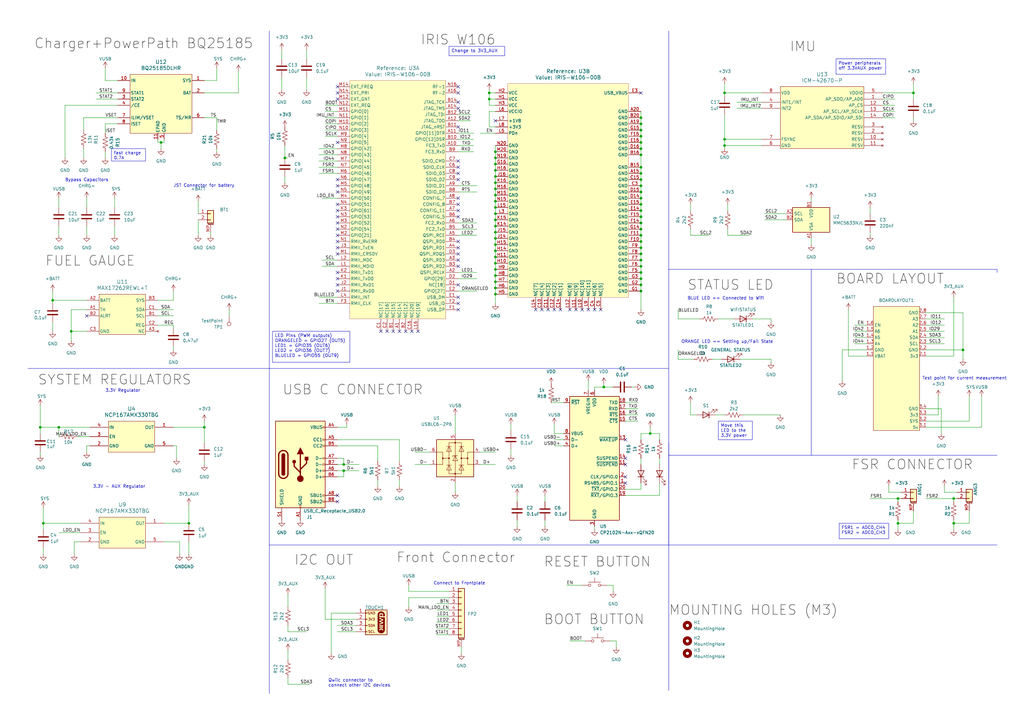
<source format=kicad_sch>
(kicad_sch (version 20231120) (generator "eeschema") (generator_version "8.0")
  (paper "A3")
  (title_block (title "Custom T-Stick Board") (date "2023-09") (rev "0.0.2") (company "Albert Niyonsenga"))
  (junction (at 203.2 80.01))
  (junction (at 16.51 175.26))
  (junction (at 368.3 204.47))
  (junction (at 83.82 175.26))
  (junction (at 203.2 74.93))
  (junction (at 203.2 95.25))
  (junction (at 262.89 101.6))
  (junction (at 17.78 214.63))
  (junction (at 262.89 88.9))
  (junction (at 140.97 193.04))
  (junction (at 203.2 87.63))
  (junction (at 24.13 175.26))
  (junction (at 203.2 105.41))
  (junction (at 200.66 40.64))
  (junction (at 262.89 96.52))
  (junction (at 203.2 69.85))
  (junction (at 262.89 53.34))
  (junction (at 116.84 64.77))
  (junction (at 262.89 48.26))
  (junction (at 262.89 60.96))
  (junction (at 203.2 62.23))
  (junction (at 262.89 71.12))
  (junction (at 203.2 82.55))
  (junction (at 262.89 50.8))
  (junction (at 262.89 68.58))
  (junction (at 374.65 38.1))
  (junction (at 262.89 99.06))
  (junction (at 262.89 109.22))
  (junction (at 203.2 97.79))
  (junction (at 297.18 38.1))
  (junction (at 21.59 123.19))
  (junction (at 391.16 214.63))
  (junction (at 247.65 158.75))
  (junction (at 391.16 204.47))
  (junction (at 297.18 59.69))
  (junction (at 297.18 57.15))
  (junction (at 262.89 78.74))
  (junction (at 203.2 90.17))
  (junction (at 203.2 107.95))
  (junction (at 203.2 85.09))
  (junction (at 203.2 118.11))
  (junction (at 262.89 76.2))
  (junction (at 29.21 135.89))
  (junction (at 203.2 77.47))
  (junction (at 262.89 93.98))
  (junction (at 262.89 106.68))
  (junction (at 368.3 214.63))
  (junction (at 262.89 55.88))
  (junction (at 262.89 104.14))
  (junction (at 266.7 177.8))
  (junction (at 203.2 120.65))
  (junction (at 262.89 119.38))
  (junction (at 203.2 72.39))
  (junction (at 200.66 38.1))
  (junction (at 203.2 67.31))
  (junction (at 262.89 91.44))
  (junction (at 203.2 100.33))
  (junction (at 140.97 190.5))
  (junction (at 262.89 81.28))
  (junction (at 394.97 143.51))
  (junction (at 262.89 111.76))
  (junction (at 262.89 116.84))
  (junction (at 262.89 86.36))
  (junction (at 262.89 73.66))
  (junction (at 203.2 64.77))
  (junction (at 262.89 63.5))
  (junction (at 262.89 83.82))
  (junction (at 262.89 114.3))
  (junction (at 262.89 58.42))
  (junction (at 66.04 58.42))
  (junction (at 77.47 214.63))
  (junction (at 203.2 115.57))
  (junction (at 203.2 113.03))
  (junction (at 203.2 110.49))
  (junction (at 203.2 102.87))
  (junction (at 203.2 92.71))
  (no_connect (at 138.43 99.06))
  (no_connect (at 187.96 71.12))
  (no_connect (at 187.96 66.04))
  (no_connect (at 187.96 101.6))
  (no_connect (at 187.96 109.22))
  (no_connect (at 246.38 127))
  (no_connect (at 138.43 96.52))
  (no_connect (at 262.89 38.1))
  (no_connect (at 187.96 41.91))
  (no_connect (at 241.3 127))
  (no_connect (at 138.43 88.9))
  (no_connect (at 229.87 127))
  (no_connect (at 256.54 198.12))
  (no_connect (at 138.43 76.2))
  (no_connect (at 35.56 129.54))
  (no_connect (at 187.96 127))
  (no_connect (at 203.2 49.53))
  (no_connect (at 187.96 104.14))
  (no_connect (at 187.96 88.9))
  (no_connect (at 187.96 81.28))
  (no_connect (at 187.96 38.1))
  (no_connect (at 138.43 58.42))
  (no_connect (at 187.96 83.82))
  (no_connect (at 227.33 127))
  (no_connect (at 138.43 73.66))
  (no_connect (at 224.79 127))
  (no_connect (at 138.43 111.76))
  (no_connect (at 158.75 135.89))
  (no_connect (at 156.21 135.89))
  (no_connect (at 138.43 86.36))
  (no_connect (at 187.96 121.92))
  (no_connect (at 236.22 127))
  (no_connect (at 187.96 35.56))
  (no_connect (at 222.25 127))
  (no_connect (at 138.43 101.6))
  (no_connect (at 187.96 124.46))
  (no_connect (at 138.43 114.3))
  (no_connect (at 163.83 135.89))
  (no_connect (at 187.96 86.36))
  (no_connect (at 138.43 40.64))
  (no_connect (at 138.43 38.1))
  (no_connect (at 138.43 83.82))
  (no_connect (at 138.43 91.44))
  (no_connect (at 233.68 127))
  (no_connect (at 256.54 195.58))
  (no_connect (at 243.84 127))
  (no_connect (at 161.29 135.89))
  (no_connect (at 138.43 35.56))
  (no_connect (at 166.37 135.89))
  (no_connect (at 138.43 116.84))
  (no_connect (at 138.43 104.14))
  (no_connect (at 238.76 127))
  (no_connect (at 219.71 127))
  (no_connect (at 187.96 73.66))
  (no_connect (at 138.43 119.38))
  (no_connect (at 187.96 44.45))
  (no_connect (at 138.43 78.74))
  (no_connect (at 187.96 68.58))
  (no_connect (at 187.96 106.68))
  (no_connect (at 187.96 116.84))
  (no_connect (at 187.96 52.07))
  (no_connect (at 256.54 190.5))
  (no_connect (at 256.54 180.34))
  (no_connect (at 256.54 187.96))
  (no_connect (at 187.96 99.06))
  (no_connect (at 168.91 135.89))
  (no_connect (at 138.43 93.98))
  (no_connect (at 171.45 135.89))
  (no_connect (at 138.43 203.2))
  (no_connect (at 138.43 205.74))
  (wire (pts (xy 256.54 172.72) (xy 261.62 172.72)))
  (wire (pts (xy 179.07 250.19) (xy 184.15 250.19)))
  (wire (pts (xy 140.97 187.96) (xy 140.97 190.5)))
  (wire (pts (xy 292.1 147.32) (xy 295.91 147.32)))
  (wire (pts (xy 223.52 213.36) (xy 223.52 215.9)))
  (wire (pts (xy 71.12 182.88) (xy 72.39 182.88)))
  (wire (pts (xy 93.98 129.54) (xy 93.98 127)))
  (wire (pts (xy 316.23 148.59) (xy 316.23 147.32)))
  (wire (pts (xy 203.2 87.63) (xy 203.2 90.17)))
  (wire (pts (xy 203.2 52.07) (xy 200.66 52.07)))
  (wire (pts (xy 133.35 43.18) (xy 138.43 43.18)))
  (wire (pts (xy 345.44 143.51) (xy 345.44 156.21)))
  (wire (pts (xy 350.52 133.35) (xy 355.6 133.35)))
  (wire (pts (xy 262.89 104.14) (xy 262.89 106.68)))
  (wire (pts (xy 30.48 222.25) (xy 33.02 222.25)))
  (wire (pts (xy 227.33 180.34) (xy 231.14 180.34)))
  (wire (pts (xy 391.16 204.47) (xy 392.43 204.47)))
  (wire (pts (xy 88.9 27.94) (xy 88.9 33.02)))
  (wire (pts (xy 200.66 45.72) (xy 203.2 45.72)))
  (wire (pts (xy 200.66 36.83) (xy 200.66 38.1)))
  (polyline (pts (xy 274.32 181.61) (xy 274.32 223.52)))
  (wire (pts (xy 379.73 204.47) (xy 391.16 204.47)))
  (wire (pts (xy 379.73 138.43) (xy 387.35 138.43)))
  (polyline (pts (xy 110.49 284.48) (xy 110.49 223.52)))
  (wire (pts (xy 203.2 107.95) (xy 203.2 110.49)))
  (wire (pts (xy 116.84 64.77) (xy 118.11 64.77)))
  (wire (pts (xy 187.96 46.99) (xy 193.04 46.99)))
  (wire (pts (xy 196.85 185.42) (xy 203.2 185.42)))
  (wire (pts (xy 350.52 140.97) (xy 355.6 140.97)))
  (wire (pts (xy 187.96 54.61) (xy 194.31 54.61)))
  (wire (pts (xy 243.84 215.9) (xy 243.84 217.17)))
  (wire (pts (xy 67.31 222.25) (xy 73.66 222.25)))
  (wire (pts (xy 24.13 96.52) (xy 24.13 92.71)))
  (wire (pts (xy 203.2 120.65) (xy 203.2 124.46)))
  (wire (pts (xy 29.21 135.89) (xy 29.21 139.7)))
  (wire (pts (xy 262.89 200.66) (xy 262.89 198.12)))
  (wire (pts (xy 133.35 55.88) (xy 138.43 55.88)))
  (wire (pts (xy 64.77 133.35) (xy 71.12 133.35)))
  (wire (pts (xy 297.18 46.99) (xy 297.18 57.15)))
  (wire (pts (xy 39.37 38.1) (xy 48.26 38.1)))
  (wire (pts (xy 64.77 129.54) (xy 71.12 129.54)))
  (wire (pts (xy 384.81 162.56) (xy 384.81 170.18)))
  (wire (pts (xy 394.97 128.27) (xy 379.73 128.27)))
  (wire (pts (xy 81.28 90.17) (xy 81.28 96.52)))
  (polyline (pts (xy 110.49 223.52) (xy 189.23 223.52)))
  (wire (pts (xy 17.78 208.28) (xy 17.78 214.63)))
  (wire (pts (xy 293.37 170.18) (xy 297.18 170.18)))
  (wire (pts (xy 379.73 167.64) (xy 386.08 167.64)))
  (wire (pts (xy 262.89 114.3) (xy 262.89 116.84)))
  (wire (pts (xy 278.13 127) (xy 278.13 130.81)))
  (wire (pts (xy 24.13 175.26) (xy 36.83 175.26)))
  (polyline (pts (xy 110.49 151.13) (xy 110.49 223.52)))
  (wire (pts (xy 247.65 158.75) (xy 243.84 158.75)))
  (wire (pts (xy 391.16 214.63) (xy 397.51 214.63)))
  (wire (pts (xy 142.24 173.99) (xy 142.24 175.26)))
  (wire (pts (xy 88.9 48.26) (xy 83.82 48.26)))
  (wire (pts (xy 187.96 62.23) (xy 194.31 62.23)))
  (wire (pts (xy 196.85 54.61) (xy 203.2 54.61)))
  (wire (pts (xy 140.97 195.58) (xy 140.97 193.04)))
  (wire (pts (xy 35.56 123.19) (xy 21.59 123.19)))
  (wire (pts (xy 251.46 240.03) (xy 251.46 242.57)))
  (wire (pts (xy 179.07 247.65) (xy 184.15 247.65)))
  (wire (pts (xy 132.08 109.22) (xy 138.43 109.22)))
  (wire (pts (xy 379.73 146.05) (xy 391.16 146.05)))
  (wire (pts (xy 116.84 72.39) (xy 116.84 74.93)))
  (wire (pts (xy 232.41 240.03) (xy 238.76 240.03)))
  (wire (pts (xy 130.81 124.46) (xy 138.43 124.46)))
  (wire (pts (xy 186.69 198.12) (xy 186.69 201.93)))
  (wire (pts (xy 361.95 38.1) (xy 374.65 38.1)))
  (wire (pts (xy 262.89 180.34) (xy 262.89 177.8)))
  (wire (pts (xy 203.2 85.09) (xy 203.2 87.63)))
  (wire (pts (xy 203.2 113.03) (xy 203.2 115.57)))
  (wire (pts (xy 248.92 240.03) (xy 251.46 240.03)))
  (wire (pts (xy 46.99 81.28) (xy 46.99 85.09)))
  (wire (pts (xy 29.21 127) (xy 35.56 127)))
  (wire (pts (xy 262.89 76.2) (xy 262.89 78.74)))
  (wire (pts (xy 118.11 278.13) (xy 118.11 280.67)))
  (wire (pts (xy 298.45 83.82) (xy 298.45 86.36)))
  (wire (pts (xy 67.31 58.42) (xy 67.31 57.15)))
  (wire (pts (xy 364.49 199.39) (xy 364.49 201.93)))
  (wire (pts (xy 368.3 204.47) (xy 369.57 204.47)))
  (wire (pts (xy 46.99 96.52) (xy 46.99 92.71)))
  (wire (pts (xy 243.84 160.02) (xy 243.84 158.75)))
  (wire (pts (xy 361.95 43.18) (xy 367.03 43.18)))
  (wire (pts (xy 64.77 58.42) (xy 64.77 57.15)))
  (wire (pts (xy 283.21 86.36) (xy 283.21 83.82)))
  (wire (pts (xy 24.13 218.44) (xy 33.02 218.44)))
  (wire (pts (xy 187.96 49.53) (xy 193.04 49.53)))
  (wire (pts (xy 133.35 45.72) (xy 138.43 45.72)))
  (polyline (pts (xy 408.94 110.49) (xy 408.94 111.76)))
  (wire (pts (xy 231.14 177.8) (xy 227.33 177.8)))
  (wire (pts (xy 146.05 256.54) (xy 138.43 256.54)))
  (wire (pts (xy 256.54 200.66) (xy 262.89 200.66)))
  (wire (pts (xy 48.26 33.02) (xy 43.18 33.02)))
  (wire (pts (xy 187.96 93.98) (xy 195.58 93.98)))
  (wire (pts (xy 374.65 209.55) (xy 374.65 214.63)))
  (wire (pts (xy 34.29 64.77) (xy 34.29 60.96)))
  (wire (pts (xy 71.12 133.35) (xy 71.12 134.62)))
  (wire (pts (xy 187.96 57.15) (xy 194.31 57.15)))
  (wire (pts (xy 361.95 48.26) (xy 367.03 48.26)))
  (wire (pts (xy 387.35 201.93) (xy 392.43 201.93)))
  (wire (pts (xy 262.89 73.66) (xy 262.89 76.2)))
  (wire (pts (xy 35.56 81.28) (xy 35.56 85.09)))
  (wire (pts (xy 43.18 50.8) (xy 43.18 54.61)))
  (wire (pts (xy 187.96 78.74) (xy 195.58 78.74)))
  (wire (pts (xy 17.78 214.63) (xy 33.02 214.63)))
  (wire (pts (xy 97.79 38.1) (xy 97.79 29.21)))
  (wire (pts (xy 332.74 97.79) (xy 332.74 100.33)))
  (wire (pts (xy 260.35 158.75) (xy 259.08 158.75)))
  (wire (pts (xy 347.98 127) (xy 347.98 146.05)))
  (wire (pts (xy 72.39 182.88) (xy 72.39 187.96)))
  (wire (pts (xy 48.26 43.18) (xy 26.67 43.18)))
  (wire (pts (xy 167.64 245.11) (xy 167.64 248.92)))
  (wire (pts (xy 368.3 214.63) (xy 368.3 217.17)))
  (wire (pts (xy 203.2 102.87) (xy 203.2 105.41)))
  (wire (pts (xy 187.96 119.38) (xy 195.58 119.38)))
  (wire (pts (xy 138.43 175.26) (xy 142.24 175.26)))
  (wire (pts (xy 179.07 257.81) (xy 184.15 257.81)))
  (wire (pts (xy 138.43 195.58) (xy 140.97 195.58)))
  (wire (pts (xy 256.54 170.18) (xy 261.62 170.18)))
  (wire (pts (xy 24.13 81.28) (xy 24.13 85.09)))
  (wire (pts (xy 262.89 71.12) (xy 262.89 73.66)))
  (wire (pts (xy 262.89 101.6) (xy 262.89 104.14)))
  (wire (pts (xy 118.11 259.08) (xy 118.11 256.54)))
  (wire (pts (xy 118.11 280.67) (xy 127 280.67)))
  (wire (pts (xy 118.11 248.92) (xy 118.11 243.84)))
  (wire (pts (xy 138.43 187.96) (xy 140.97 187.96)))
  (wire (pts (xy 226.06 165.1) (xy 231.14 165.1)))
  (wire (pts (xy 203.2 105.41) (xy 203.2 107.95)))
  (wire (pts (xy 71.12 142.24) (xy 71.12 143.51)))
  (wire (pts (xy 262.89 106.68) (xy 262.89 109.22)))
  (wire (pts (xy 146.05 259.08) (xy 138.43 259.08)))
  (wire (pts (xy 203.2 97.79) (xy 203.2 100.33)))
  (wire (pts (xy 125.73 20.32) (xy 125.73 24.13)))
  (wire (pts (xy 250.19 262.89) (xy 252.73 262.89)))
  (wire (pts (xy 203.2 74.93) (xy 203.2 77.47)))
  (wire (pts (xy 73.66 222.25) (xy 73.66 227.33)))
  (wire (pts (xy 247.65 158.75) (xy 247.65 157.48)))
  (wire (pts (xy 179.07 252.73) (xy 184.15 252.73)))
  (wire (pts (xy 83.82 189.23) (xy 83.82 190.5)))
  (wire (pts (xy 66.04 58.42) (xy 66.04 60.96)))
  (wire (pts (xy 71.12 175.26) (xy 83.82 175.26)))
  (wire (pts (xy 361.95 40.64) (xy 367.03 40.64)))
  (wire (pts (xy 241.3 156.21) (xy 241.3 160.02)))
  (wire (pts (xy 203.2 92.71) (xy 203.2 95.25)))
  (wire (pts (xy 298.45 96.52) (xy 307.34 96.52)))
  (wire (pts (xy 130.81 121.92) (xy 138.43 121.92)))
  (wire (pts (xy 368.3 204.47) (xy 368.3 205.74)))
  (wire (pts (xy 391.16 214.63) (xy 391.16 217.17)))
  (wire (pts (xy 364.49 201.93) (xy 369.57 201.93)))
  (wire (pts (xy 203.2 43.18) (xy 200.66 43.18)))
  (wire (pts (xy 262.89 58.42) (xy 262.89 60.96)))
  (wire (pts (xy 350.52 138.43) (xy 355.6 138.43)))
  (wire (pts (xy 203.2 72.39) (xy 203.2 74.93)))
  (wire (pts (xy 17.78 214.63) (xy 17.78 217.17)))
  (wire (pts (xy 130.81 60.96) (xy 138.43 60.96)))
  (wire (pts (xy 179.07 255.27) (xy 184.15 255.27)))
  (wire (pts (xy 374.65 48.26) (xy 374.65 49.53)))
  (wire (pts (xy 140.97 193.04) (xy 147.32 193.04)))
  (wire (pts (xy 16.51 175.26) (xy 16.51 177.8)))
  (wire (pts (xy 138.43 180.34) (xy 163.83 180.34)))
  (wire (pts (xy 203.2 64.77) (xy 203.2 67.31)))
  (wire (pts (xy 203.2 118.11) (xy 203.2 120.65)))
  (wire (pts (xy 43.18 27.94) (xy 43.18 33.02)))
  (wire (pts (xy 256.54 203.2) (xy 270.51 203.2)))
  (wire (pts (xy 297.18 57.15) (xy 297.18 59.69)))
  (wire (pts (xy 133.35 53.34) (xy 138.43 53.34)))
  (wire (pts (xy 200.66 38.1) (xy 200.66 40.64)))
  (wire (pts (xy 270.51 180.34) (xy 270.51 177.8)))
  (polyline (pts (xy 274.32 223.52) (xy 408.94 223.52)))
  (wire (pts (xy 262.89 55.88) (xy 262.89 58.42)))
  (wire (pts (xy 262.89 99.06) (xy 262.89 101.6)))
  (wire (pts (xy 88.9 60.96) (xy 88.9 62.23)))
  (wire (pts (xy 256.54 165.1) (xy 261.62 165.1)))
  (wire (pts (xy 262.89 119.38) (xy 262.89 127)))
  (wire (pts (xy 163.83 180.34) (xy 163.83 189.23)))
  (wire (pts (xy 116.84 59.69) (xy 116.84 64.77)))
  (wire (pts (xy 262.89 78.74) (xy 262.89 81.28)))
  (polyline (pts (xy 274.32 12.7) (xy 274.32 110.49)))
  (wire (pts (xy 88.9 48.26) (xy 88.9 53.34)))
  (wire (pts (xy 186.69 170.18) (xy 186.69 177.8)))
  (wire (pts (xy 297.18 34.29) (xy 297.18 38.1)))
  (wire (pts (xy 379.73 130.81) (xy 387.35 130.81)))
  (wire (pts (xy 262.89 111.76) (xy 262.89 114.3)))
  (wire (pts (xy 361.95 45.72) (xy 367.03 45.72)))
  (wire (pts (xy 297.18 59.69) (xy 312.42 59.69)))
  (wire (pts (xy 283.21 96.52) (xy 290.83 96.52)))
  (wire (pts (xy 379.73 170.18) (xy 384.81 170.18)))
  (wire (pts (xy 391.16 121.92) (xy 391.16 146.05)))
  (wire (pts (xy 203.2 82.55) (xy 203.2 85.09)))
  (wire (pts (xy 21.59 119.38) (xy 21.59 123.19)))
  (wire (pts (xy 262.89 81.28) (xy 262.89 83.82)))
  (wire (pts (xy 203.2 62.23) (xy 203.2 64.77)))
  (wire (pts (xy 262.89 96.52) (xy 262.89 99.06)))
  (wire (pts (xy 278.13 130.81) (xy 287.02 130.81)))
  (wire (pts (xy 83.82 175.26) (xy 83.82 181.61)))
  (wire (pts (xy 115.57 31.75) (xy 115.57 36.83)))
  (wire (pts (xy 138.43 193.04) (xy 140.97 193.04)))
  (wire (pts (xy 212.09 213.36) (xy 212.09 215.9)))
  (wire (pts (xy 179.07 260.35) (xy 184.15 260.35)))
  (wire (pts (xy 270.51 203.2) (xy 270.51 198.12)))
  (wire (pts (xy 31.75 179.07) (xy 36.83 179.07)))
  (wire (pts (xy 187.96 111.76) (xy 195.58 111.76)))
  (polyline (pts (xy 110.49 12.7) (xy 110.49 151.13)))
  (wire (pts (xy 374.65 34.29) (xy 374.65 38.1)))
  (wire (pts (xy 21.59 132.08) (xy 21.59 135.89)))
  (wire (pts (xy 391.16 204.47) (xy 391.16 205.74)))
  (wire (pts (xy 16.51 185.42) (xy 16.51 186.69)))
  (wire (pts (xy 262.89 86.36) (xy 262.89 88.9)))
  (wire (pts (xy 386.08 167.64) (xy 386.08 177.8)))
  (wire (pts (xy 356.87 204.47) (xy 368.3 204.47)))
  (wire (pts (xy 312.42 38.1) (xy 297.18 38.1)))
  (wire (pts (xy 227.33 173.99) (xy 227.33 177.8)))
  (wire (pts (xy 115.57 20.32) (xy 115.57 24.13)))
  (polyline (pts (xy 274.32 110.49) (xy 408.94 110.49)))
  (wire (pts (xy 256.54 167.64) (xy 261.62 167.64)))
  (wire (pts (xy 355.6 143.51) (xy 345.44 143.51)))
  (wire (pts (xy 43.18 50.8) (xy 48.26 50.8)))
  (wire (pts (xy 379.73 172.72) (xy 397.51 172.72)))
  (wire (pts (xy 118.11 270.51) (xy 118.11 266.7)))
  (wire (pts (xy 262.89 187.96) (xy 262.89 190.5)))
  (wire (pts (xy 397.51 209.55) (xy 397.51 214.63)))
  (wire (pts (xy 262.89 53.34) (xy 262.89 55.88)))
  (wire (pts (xy 35.56 96.52) (xy 35.56 92.71)))
  (wire (pts (xy 154.94 182.88) (xy 154.94 189.23)))
  (wire (pts (xy 394.97 143.51) (xy 394.97 128.27)))
  (wire (pts (xy 35.56 182.88) (xy 35.56 185.42)))
  (wire (pts (xy 303.53 147.32) (xy 316.23 147.32)))
  (wire (pts (xy 140.97 190.5) (xy 147.32 190.5)))
  (wire (pts (xy 247.65 158.75) (xy 251.46 158.75)))
  (wire (pts (xy 394.97 147.32) (xy 394.97 143.51)))
  (wire (pts (xy 262.89 177.8) (xy 266.7 177.8)))
  (wire (pts (xy 283.21 96.52) (xy 283.21 93.98)))
  (wire (pts (xy 125.73 31.75) (xy 125.73 36.83)))
  (wire (pts (xy 266.7 175.26) (xy 266.7 177.8)))
  (wire (pts (xy 294.64 130.81) (xy 300.99 130.81)))
  (wire (pts (xy 64.77 123.19) (xy 71.12 123.19)))
  (polyline (pts (xy 274.32 110.49) (xy 274.32 283.21)))
  (wire (pts (xy 130.81 66.04) (xy 138.43 66.04)))
  (wire (pts (xy 312.42 41.91) (xy 302.26 41.91)))
  (wire (pts (xy 270.51 187.96) (xy 270.51 190.5)))
  (polyline (pts (xy 110.49 151.13) (xy 274.32 151.13)))
  (wire (pts (xy 223.52 203.2) (xy 223.52 205.74)))
  (wire (pts (xy 29.21 127) (xy 29.21 135.89)))
  (wire (pts (xy 196.85 190.5) (xy 203.2 190.5)))
  (wire (pts (xy 308.61 130.81) (xy 316.23 130.81)))
  (wire (pts (xy 154.94 196.85) (xy 154.94 199.39)))
  (wire (pts (xy 312.42 57.15) (xy 297.18 57.15)))
  (wire (pts (xy 64.77 127) (xy 71.12 127)))
  (wire (pts (xy 71.12 119.38) (xy 71.12 123.19)))
  (wire (pts (xy 189.23 265.43) (xy 189.23 267.97)))
  (wire (pts (xy 252.73 262.89) (xy 252.73 265.43)))
  (wire (pts (xy 374.65 38.1) (xy 374.65 40.64)))
  (wire (pts (xy 203.2 100.33) (xy 203.2 102.87)))
  (polyline (pts (xy 11.43 151.13) (xy 110.49 151.13)))
  (wire (pts (xy 35.56 182.88) (xy 36.83 182.88)))
  (wire (pts (xy 262.89 45.72) (xy 262.89 48.26)))
  (wire (pts (xy 203.2 69.85) (xy 203.2 72.39)))
  (wire (pts (xy 26.67 43.18) (xy 26.67 64.77)))
  (wire (pts (xy 356.87 85.09) (xy 356.87 87.63)))
  (wire (pts (xy 167.64 245.11) (xy 184.15 245.11)))
  (wire (pts (xy 200.66 52.07) (xy 200.66 45.72)))
  (wire (pts (xy 81.28 82.55) (xy 81.28 87.63)))
  (wire (pts (xy 187.96 114.3) (xy 195.58 114.3)))
  (wire (pts (xy 187.96 91.44) (xy 195.58 91.44)))
  (wire (pts (xy 16.51 166.37) (xy 16.51 175.26)))
  (polyline (pts (xy 332.74 110.49) (xy 332.74 186.69)))
  (wire (pts (xy 86.36 96.52) (xy 86.36 95.25)))
  (wire (pts (xy 262.89 83.82) (xy 262.89 86.36)))
  (wire (pts (xy 379.73 175.26) (xy 402.59 175.26)))
  (polyline (pts (xy 274.32 186.69) (xy 408.94 186.69)))
  (wire (pts (xy 132.08 81.28) (xy 138.43 81.28)))
  (wire (pts (xy 283.21 170.18) (xy 285.75 170.18)))
  (wire (pts (xy 203.2 95.25) (xy 203.2 97.79)))
  (wire (pts (xy 262.89 50.8) (xy 262.89 53.34)))
  (wire (pts (xy 262.89 109.22) (xy 262.89 111.76)))
  (wire (pts (xy 77.47 227.33) (xy 77.47 222.25)))
  (wire (pts (xy 397.51 162.56) (xy 397.51 172.72)))
  (wire (pts (xy 21.59 124.46) (xy 21.59 123.19)))
  (wire (pts (xy 350.52 135.89) (xy 355.6 135.89)))
  (wire (pts (xy 402.59 162.56) (xy 402.59 175.26)))
  (wire (pts (xy 209.55 184.15) (xy 209.55 186.69)))
  (wire (pts (xy 34.29 48.26) (xy 48.26 48.26)))
  (wire (pts (xy 356.87 95.25) (xy 356.87 96.52)))
  (wire (pts (xy 391.16 213.36) (xy 391.16 214.63)))
  (wire (pts (xy 16.51 175.26) (xy 24.13 175.26)))
  (wire (pts (xy 297.18 38.1) (xy 297.18 39.37)))
  (wire (pts (xy 83.82 38.1) (xy 97.79 38.1)))
  (wire (pts (xy 133.35 241.3) (xy 133.35 254)))
  (wire (pts (xy 203.2 67.31) (xy 203.2 69.85)))
  (wire (pts (xy 67.31 214.63) (xy 77.47 214.63)))
  (wire (pts (xy 278.13 143.51) (xy 278.13 147.32)))
  (wire (pts (xy 297.18 59.69) (xy 297.18 60.96)))
  (wire (pts (xy 379.73 143.51) (xy 394.97 143.51)))
  (wire (pts (xy 34.29 48.26) (xy 34.29 53.34)))
  (wire (pts (xy 387.35 199.39) (xy 387.35 201.93)))
  (wire (pts (xy 17.78 224.79) (xy 17.78 227.33)))
  (wire (pts (xy 203.2 110.49) (xy 203.2 113.03)))
  (wire (pts (xy 203.2 59.69) (xy 203.2 62.23)))
  (wire (pts (xy 233.68 262.89) (xy 240.03 262.89)))
  (wire (pts (xy 379.73 133.35) (xy 387.35 133.35)))
  (wire (pts (xy 203.2 115.57) (xy 203.2 118.11)))
  (wire (pts (xy 187.96 59.69) (xy 194.31 59.69)))
  (wire (pts (xy 332.74 81.28) (xy 332.74 82.55)))
  (wire (pts (xy 379.73 140.97) (xy 387.35 140.97)))
  (wire (pts (xy 130.81 71.12) (xy 138.43 71.12)))
  (wire (pts (xy 262.89 60.96) (xy 262.89 63.5)))
  (wire (pts (xy 262.89 48.26) (xy 262.89 50.8)))
  (wire (pts (xy 184.15 242.57) (xy 167.64 242.57)))
  (wire (pts (xy 187.96 76.2) (xy 195.58 76.2)))
  (wire (pts (xy 262.89 63.5) (xy 262.89 68.58)))
  (wire (pts (xy 133.35 50.8) (xy 138.43 50.8)))
  (wire (pts (xy 283.21 165.1) (xy 283.21 170.18)))
  (wire (pts (xy 262.89 91.44) (xy 262.89 93.98)))
  (wire (pts (xy 64.77 58.42) (xy 66.04 58.42)))
  (wire (pts (xy 146.05 251.46) (xy 135.89 251.46)))
  (wire (pts (xy 135.89 251.46) (xy 135.89 267.97)))
  (polyline (pts (xy 189.23 223.52) (xy 274.32 223.52)))
  (wire (pts (xy 83.82 33.02) (xy 88.9 33.02)))
  (wire (pts (xy 43.18 64.77) (xy 43.18 62.23)))
  (wire (pts (xy 347.98 146.05) (xy 355.6 146.05)))
  (wire (pts (xy 203.2 90.17) (xy 203.2 92.71)))
  (wire (pts (xy 163.83 196.85) (xy 163.83 199.39)))
  (wire (pts (xy 200.66 40.64) (xy 203.2 40.64)))
  (wire (pts (xy 167.64 240.03) (xy 167.64 242.57)))
  (wire (pts (xy 302.26 44.45) (xy 312.42 44.45)))
  (wire (pts (xy 132.08 106.68) (xy 138.43 106.68)))
  (wire (pts (xy 200.66 40.64) (xy 200.66 43.18)))
  (wire (pts (xy 278.13 147.32) (xy 284.48 147.32)))
  (wire (pts (xy 262.89 68.58) (xy 262.89 71.12)))
  (wire (pts (xy 24.13 175.26) (xy 24.13 179.07)))
  (wire (pts (xy 313.69 90.17) (xy 322.58 90.17)))
  (wire (pts (xy 130.81 63.5) (xy 138.43 63.5)))
  (wire (pts (xy 368.3 213.36) (xy 368.3 214.63)))
  (wire (pts (xy 83.82 172.72) (xy 83.82 175.26)))
  (wire (pts (xy 298.45 93.98) (xy 298.45 96.52)))
  (wire (pts (xy 209.55 173.99) (xy 209.55 176.53)))
  (wire (pts (xy 66.04 58.42) (xy 67.31 58.42)))
  (wire (pts (xy 39.37 40.64) (xy 48.26 40.64)))
  (wire (pts (xy 133.35 48.26) (xy 138.43 48.26)))
  (wire (pts (xy 203.2 80.01) (xy 203.2 82.55)))
  (wire (pts (xy 262.89 93.98) (xy 262.89 96.52)))
  (wire (pts (xy 200.66 38.1) (xy 203.2 38.1)))
  (wire (pts (xy 212.09 203.2) (xy 212.09 205.74)))
  (wire (pts (xy 138.43 190.5) (xy 140.97 190.5)))
  (wire (pts (xy 203.2 77.47) (xy 203.2 80.01)))
  (wire (pts (xy 313.69 87.63) (xy 322.58 87.63)))
  (wire (pts (xy 176.53 185.42) (xy 170.18 185.42)))
  (wire (pts (xy 118.11 259.08) (xy 125.73 259.08)))
  (wire (pts (xy 270.51 177.8) (xy 266.7 177.8)))
  (wire (pts (xy 304.8 170.18) (xy 320.04 170.18)))
  (wire (pts (xy 316.23 132.08) (xy 316.23 130.81)))
  (wire (pts (xy 176.53 190.5) (xy 170.18 190.5)))
  (wire (pts (xy 379.73 135.89) (xy 387.35 135.89)))
  (wire (pts (xy 262.89 88.9) (xy 262.89 91.44)))
  (wire (pts (xy 29.21 135.89) (xy 35.56 135.89)))
  (wire (pts (xy 368.3 214.63) (xy 374.65 214.63)))
  (wire (pts (xy 130.81 68.58) (xy 138.43 68.58)))
  (wire (pts (xy 146.05 254) (xy 133.35 254)))
  (wire (pts (xy 227.33 182.88) (xy 231.14 182.88)))
  (wire (pts (xy 187.96 96.52) (xy 195.58 96.52)))
  (wire (pts (xy 262.89 116.84) (xy 262.89 119.38)))
  (wire (pts (xy 30.48 222.25) (xy 30.48 227.33)))
  (wire (pts (xy 77.47 207.01) (xy 77.47 214.63)))
  (wire (pts (xy 138.43 182.88) (xy 154.94 182.88)))
  (text_box "LED Pins (PWM outputs)\nORANGELED = GPIO27 (OUT5)\nLED1 = GPIO35 (OUT6)\nLED2 = GPIO36 (OUT7)\nBLUELED = GPIO55 (OUT9)" (at 111.76 135.89 0) (size 31.75 12.7) (effects (font (size 1.27 1.27)) (justify left top)))
  (text_box "Power peripherals off 3.3VAUX power" (at 342.9 24.13 0) (size 20.32 6.35) (effects (font (size 1.27 1.27)) (justify left top)))
  (text_box "FSR1 = ADC0_CH4\nFSR2 = ADC0_CH3" (at 344.17 214.63 0) (size 20.32 6.35) (effects (font (size 1.27 1.27)) (justify left top)))
  (text_box "Change to 3V3_AUX" (at 184.15 19.05 0) (size 22.86 3.81) (effects (font (size 1.27 1.27)) (justify left top)))
  (text_box "fast charge 0.7A" (at 45.72 60.96 0) (size 13.97 5.08) (effects (font (size 1.27 1.27)) (justify left top)))
  (text_box "Move this LED to the 3.3V power" (at 294.64 172.72 0) (size 13.97 7.62) (effects (font (size 1.27 1.27)) (justify left top)))
  (text "Qwiic connector to \nconnect other I2C devices" (at 134.62 281.94 0) (effects (font (size 1.27 1.27)) (justify left bottom)))
  (text "FUEL GAUGE" (at 18.542 109.474 0) (effects (font (size 4 4)) (justify left bottom)))
  (text "FSR CONNECTOR" (at 349.25 193.04 0) (effects (font (size 4 4)) (justify left bottom)))
  (text "JST Connector for battery\n" (at 71.12 76.962 0) (effects (font (size 1.27 1.27)) (justify left bottom)))
  (text "IMU" (at 323.85 21.59 0) (effects (font (size 4 4)) (justify left bottom)))
  (text "BOARD LAYOUT" (at 342.9 116.84 0) (effects (font (size 4 4)) (justify left bottom)))
  (text "Charger+PowerPath BQ25185" (at 13.97 20.32 0) (effects (font (size 4 4)) (justify left bottom)))
  (text "I2C OUT" (at 120.65 232.156 0) (effects (font (size 4 4)) (justify left bottom)))
  (text "Bypass Capacitors\n\n\n" (at 26.67 78.74 0) (effects (font (size 1.27 1.27)) (justify left bottom)))
  (text "STATUS LED" (at 281.94 119.38 0) (effects (font (size 4 4)) (justify left bottom)))
  (text "SYSTEM REGULATORS" (at 15.494 158.242 0) (effects (font (size 4 4)) (justify left bottom)))
  (text "BLUE LED == Connected to Wifi" (at 281.94 123.19 0) (effects (font (size 1.27 1.27)) (justify left bottom)))
  (text "3.3V - AUX Regulator\n\n\n" (at 38.1 204.47 0) (effects (font (size 1.27 1.27)) (justify left bottom)))
  (text "IRIS W106" (at 172.466 18.796 0) (effects (font (size 4 4)) (justify left bottom)))
  (text "MOUNTING HOLES (M3)" (at 274.32 252.73 0) (effects (font (size 4 4)) (justify left bottom)))
  (text "Test point for current measurement" (at 378.206 155.956 0) (effects (font (size 1.27 1.27)) (justify left bottom)))
  (text "BOOT BUTTON" (at 223.012 256.54 0) (effects (font (size 4 4)) (justify left bottom)))
  (text "Front Connector" (at 162.56 231.14 0) (effects (font (size 4 4)) (justify left bottom)))
  (text "RESET BUTTON" (at 223.012 232.918 0) (effects (font (size 4 4)) (justify left bottom)))
  (text "3.3V Regulator\n\n\n" (at 43.18 165.1 0) (effects (font (size 1.27 1.27)) (justify left bottom)))
  (text "Connect to Frontplate" (at 177.8 240.03 0) (effects (font (size 1.27 1.27)) (justify left bottom)))
  (text "ORANGE LED == Setting up/Fail State" (at 279.4 140.97 0) (effects (font (size 1.27 1.27)) (justify left bottom)))
  (text "USB C CONNECTOR" (at 115.824 162.306 0) (effects (font (size 4 4)) (justify left bottom)))
  (label "MAIN_LDO_EN" (at 184.15 250.19 180))
  (label "COPI" (at 361.95 48.26 0))
  (label "IO11" (at 187.96 54.61 0))
  (label "STAT2" (at 40.64 40.64 0))
  (label "BLUELED" (at 137.16 121.92 180))
  (label "REG" (at 67.31 133.35 0))
  (label "CS" (at 133.35 45.72 0))
  (label "TS" (at 86.36 48.26 0))
  (label "BOOT" (at 133.35 43.18 0))
  (label "SDA" (at 137.16 109.22 180))
  (label "IO11" (at 386.08 130.81 180))
  (label "EN" (at 354.33 133.35 180))
  (label "SCL3" (at 194.31 93.98 180))
  (label "USBD-" (at 229.87 180.34 180))
  (label "STAT1" (at 40.64 38.1 0))
  (label "RTS" (at 257.81 170.18 0))
  (label "SCL3" (at 121.92 259.08 0))
  (label "EN" (at 118.11 64.77 0))
  (label "BOOT" (at 233.68 262.89 0))
  (label "COPI" (at 133.35 50.8 0))
  (label "CS" (at 361.95 43.18 0))
  (label "SDA3" (at 144.78 256.54 180))
  (label "TMR" (at 88.9 50.8 0))
  (label "CIPO" (at 361.95 40.64 0))
  (label "IO43" (at 137.16 63.5 180))
  (label "BLUELED" (at 278.13 128.27 0))
  (label "LED1" (at 189.23 111.76 0))
  (label "SDA2" (at 318.77 90.17 180))
  (label "IO43" (at 354.33 138.43 180))
  (label "USBD-" (at 175.26 185.42 180))
  (label "D-" (at 142.24 190.5 0))
  (label "MAIN_LDO_EN" (at 35.56 179.07 180))
  (label "EN" (at 199.39 54.61 0))
  (label "TXD" (at 257.81 167.64 0))
  (label "IMU_INT" (at 311.15 41.91 180))
  (label "SCL2" (at 318.77 87.63 180))
  (label "LDO_EN" (at 33.02 218.44 180))
  (label "BTN" (at 137.16 124.46 180))
  (label "RXD" (at 193.04 62.23 180))
  (label "SCLK" (at 133.35 55.88 0))
  (label "SDA2" (at 303.53 96.52 0))
  (label "STAT1" (at 184.15 260.35 180))
  (label "FSR2" (at 137.16 68.58 180))
  (label "SCL" (at 137.16 106.68 180))
  (label "ISET" (at 43.18 54.61 0))
  (label "CTS" (at 257.81 172.72 0))
  (label "SCL2" (at 187.96 46.99 0))
  (label "IMU_INT2" (at 303.53 44.45 0))
  (label "EN" (at 232.41 240.03 0))
  (label "STAT2" (at 184.15 257.81 180))
  (label "IO44" (at 354.33 140.97 180))
  (label "SCLK" (at 361.95 45.72 0))
  (label "LED1" (at 184.15 252.73 180))
  (label "IMU_INT" (at 137.16 48.26 180))
  (label "IO42" (at 137.16 60.96 180))
  (label "IO29" (at 381 135.89 0))
  (label "IO29" (at 189.23 114.3 0))
  (label "IO44" (at 137.16 66.04 180))
  (label "SDA2" (at 187.96 49.53 0))
  (label "D+" (at 198.12 190.5 0))
  (label "VSET" (at 43.18 48.26 0))
  (label "IO12" (at 386.08 133.35 180))
  (label "D-" (at 175.26 190.5 180))
  (label "LED2" (at 184.15 255.27 180))
  (label "SDA3" (at 123.19 280.67 0))
  (label "SDA3" (at 381 138.43 0))
  (label "CIPO" (at 133.35 53.34 0))
  (label "SCL" (at 66.04 129.54 0))
  (label "SCL2" (at 287.02 96.52 0))
  (label "RXD" (at 257.81 165.1 0))
  (label "IO12" (at 193.04 57.15 180))
  (label "RTS" (at 189.23 78.74 0))
  (label "ORANGELED" (at 189.23 119.38 0))
  (label "SDA" (at 66.04 127 0))
  (label "USBD+" (at 229.87 182.88 180))
  (label "RST" (at 229.87 165.1 180))
  (label "CTS" (at 189.23 76.2 0))
  (label "USBD+" (at 198.12 185.42 0))
  (label "LED2" (at 189.23 96.52 0))
  (label "IO42" (at 354.33 135.89 180))
  (label "SCL3" (at 381 140.97 0))
  (label "LDO_EN" (at 137.16 81.28 180))
  (label "D+" (at 142.24 193.04 0))
  (label "BTN" (at 184.15 247.65 180))
  (label "FSR1" (at 137.16 71.12 180))
  (label "SDA3" (at 194.31 91.44 180))
  (label "SCL3" (at 144.78 259.08 180))
  (label "TXD" (at 193.04 59.69 180))
  (label "FSR1" (at 361.95 204.47 180))
  (label "ORANGELED" (at 278.13 146.05 0))
  (label "FSR2" (at 384.81 204.47 180))
  (symbol (lib_name "+3V3_2") (lib_id "power:+3V3") (at 384.81 162.56 0) (unit 1)
    (property "Reference" "#PWR055" (effects (hide yes)))
    (property "Value" "+3V3" (at 384.81 157.48 0))
  )
  (symbol (lib_id "Device:R_US") (at 290.83 130.81 90) (unit 1)
    (property "Reference" "R8" (at 290.83 125.73 90))
    (property "Value" "1k" (at 290.83 128.27 90))
    (property "Footprint" "Resistor_SMD:R_0402_1005Metric" (effects (hide yes)))
    (property "Datasheet" "https://industrial.panasonic.com/cdbs/www-data/pdf/RDA0000/AOA0000C304.pdf" (effects (hide yes)))
    (property "Description" "1 kOhms ±1% 0.1W, 1/10W Chip Resistor 0402 (1005 Metric) Automotive AEC-Q200 Thick Film" (effects (hide yes)))
    (property "Mfg Part #" "ERJ-2RKF1001X" (effects (hide yes)))
    (property "Manufacturer" "Panasonic Electronic Components" (effects (hide yes)))
    (property "mpn" "ERJ-2RKF1001X" (effects (hide yes)))
  )
  (symbol (lib_id "power:+3V3") (at 387.35 199.39 0) (unit 1)
    (property "Reference" "#PWR056" (effects (hide yes)))
    (property "Value" "+3V3" (at 389.89 198.12 0) (effects (justify left)))
  )
  (symbol (lib_id "VUSB:VUSB") (at 209.55 173.99 0) (unit 1) (in_bom no) (on_board no)
    (property "Reference" "#VUSB08" (effects (hide yes)))
    (property "Value" "VUSB" (at 207.01 170.18 0) (effects (justify left)))
  )
  (symbol (lib_id "Device:C") (at 212.09 209.55 0) (unit 1)
    (property "Reference" "C2" (at 215.9 208.28 0) (effects (justify left)))
    (property "Value" "0.1uF" (at 215.9 210.82 0) (effects (justify left)))
    (property "Footprint" "Capacitor_SMD:C_0402_1005Metric" (effects (hide yes)))
    (property "Datasheet" "https://mm.digikey.com/Volume0/opasdata/d220001/medias/docus/41/CL03A104KP3NNNC_Spec.pdf" (effects (hide yes)))
    (property "Description" "0.1 µF ±10% 16V Ceramic Capacitor X7R 0402 (1005 Metric)" (effects (hide yes)))
    (property "Mfg Part #" "CL05B104KO5NNNC" (effects (hide yes)))
    (property "Manufacturer" "Samsung Electro-Mechanics" (effects (hide yes)))
    (property "mpn" "CL05B104KO5NNNC" (effects (hide yes)))
  )
  (symbol (lib_id "Device:C") (at 24.13 88.9 0) (unit 1)
    (property "Reference" "C21" (at 27.94 87.63 0) (effects (justify left)))
    (property "Value" "10uF" (at 27.94 90.17 0) (effects (justify left)))
    (property "Footprint" "Capacitor_SMD:C_0603_1608Metric" (effects (hide yes)))
    (property "Datasheet" "https://mm.digikey.com/Volume0/opasdata/d220001/medias/docus/609/CL10A106KQ8NNNC_Spec.pdf" (effects (hide yes)))
    (property "Description" "10 µF ±10% 6.3V Ceramic Capacitor X5R 0603 (1608 Metric)" (effects (hide yes)))
    (property "Mfg Part #" "CL10A106KO8NNNC" (effects (hide yes)))
    (property "Manufacturer" "Samsung Electro-Mechanics" (effects (hide yes)))
    (property "mpn" "CL10A105KO8NNNC" (effects (hide yes)))
  )
  (symbol (lib_name "GND_2") (lib_id "power:GND") (at 243.84 217.17 0) (unit 1)
    (property "Reference" "#PWR09" (effects (hide yes)))
    (property "Value" "GND" (at 243.84 222.25 0))
  )
  (symbol (lib_id "Device:R_US") (at 300.99 170.18 90) (unit 1)
    (property "Reference" "R3" (at 300.99 165.1 90))
    (property "Value" "2k2" (at 300.99 167.64 90))
    (property "Footprint" "Resistor_SMD:R_0402_1005Metric" (effects (hide yes)))
    (property "Datasheet" "https://industrial.panasonic.com/cdbs/www-data/pdf/RDA0000/AOA0000C304.pdf" (effects (hide yes)))
    (property "Description" "2.2 kOhms ±1% 0.1W, 1/10W Chip Resistor 0402 (1005 Metric) Automotive AEC-Q200 Thick Film" (effects (hide yes)))
    (property "Mfg Part #" "ERJ-2RKF2201X" (effects (hide yes)))
    (property "Manufacturer" "Panasonic Electronic Components" (effects (hide yes)))
    (property "mpn" "ERJ-2RKF2201X" (effects (hide yes)))
  )
  (symbol (lib_id "power:+3V3") (at 364.49 199.39 0) (unit 1)
    (property "Reference" "#PWR01" (effects (hide yes)))
    (property "Value" "+3V3" (at 367.03 198.12 0) (effects (justify left)))
  )
  (symbol (lib_name "+3V3_2") (lib_id "power:+3V3") (at 125.73 20.32 0) (unit 1)
    (property "Reference" "#PWR083" (effects (hide yes)))
    (property "Value" "+3V3" (at 125.73 15.24 0))
  )
  (symbol (lib_id "Device:C") (at 116.84 68.58 0) (unit 1)
    (property "Reference" "C9" (at 120.65 67.31 0) (effects (justify left)))
    (property "Value" "1uF" (at 120.65 69.85 0) (effects (justify left)))
    (property "Footprint" "Capacitor_SMD:C_0402_1005Metric" (effects (hide yes)))
    (property "Datasheet" "https://mm.digikey.com/Volume0/opasdata/d220001/medias/docus/41/CL03A105KQ3CSNC_Spec.pdf" (effects (hide yes)))
    (property "Description" "1 µF ±10% 16V Ceramic Capacitor X5R 0402 (1005 Metric)" (effects (hide yes)))
    (property "Mfg Part #" "CL05A105KO5NNNC" (effects (hide yes)))
    (property "Manufacturer" "Samsung Electro-Mechanics" (effects (hide yes)))
    (property "mpn" "CL05A105KO5NNNC" (effects (hide yes)))
  )
  (symbol (lib_name "+3V3_2") (lib_id "power:+3V3") (at 115.57 20.32 0) (unit 1)
    (property "Reference" "#PWR081" (effects (hide yes)))
    (property "Value" "+3V3" (at 115.57 15.24 0))
  )
  (symbol (lib_id "Device:C") (at 83.82 185.42 0) (unit 1)
    (property "Reference" "C12" (at 87.63 184.15 0) (effects (justify left)))
    (property "Value" "1uF" (at 87.63 186.69 0) (effects (justify left)))
    (property "Footprint" "Capacitor_SMD:C_0402_1005Metric" (effects (hide yes)))
    (property "Datasheet" "https://mm.digikey.com/Volume0/opasdata/d220001/medias/docus/41/CL03A105KQ3CSNC_Spec.pdf" (effects (hide yes)))
    (property "Description" "1 µF ±10% 16V Ceramic Capacitor X5R 0402 (1005 Metric)" (effects (hide yes)))
    (property "Mfg Part #" "CL05A105KO5NNNC" (effects (hide yes)))
    (property "Manufacturer" "Samsung Electro-Mechanics" (effects (hide yes)))
    (property "mpn" "CL05A105KO5NNNC" (effects (hide yes)))
  )
  (symbol (lib_name "GND_2") (lib_id "power:GND") (at 316.23 148.59 0) (unit 1)
    (property "Reference" "#PWR063" (effects (hide yes)))
    (property "Value" "GND" (at 316.23 153.67 0))
  )
  (symbol (lib_id "power-symbols:VSYS") (at 17.78 208.28 0) (unit 1) (in_bom no) (on_board no)
    (property "Reference" "SYS4" (effects (hide yes)))
    (property "Value" "SYS" (at 16.51 204.47 0) (effects (justify left)))
  )
  (symbol (lib_id "VUSB:VUSB") (at 241.3 156.21 0) (unit 1) (in_bom no) (on_board no)
    (property "Reference" "#VUSB05" (effects (hide yes)))
    (property "Value" "VUSB" (at 238.76 152.4 0) (effects (justify left)))
  )
  (symbol (lib_name "+3V3_2") (lib_id "power:+3V3") (at 283.21 165.1 0) (unit 1)
    (property "Reference" "#PWR011" (effects (hide yes)))
    (property "Value" "+3V3" (at 283.21 160.02 0))
  )
  (symbol (lib_id "Device:C") (at 35.56 88.9 0) (unit 1)
    (property "Reference" "C22" (at 39.37 87.63 0) (effects (justify left)))
    (property "Value" "1uF" (at 39.37 90.17 0) (effects (justify left)))
    (property "Footprint" "Capacitor_SMD:C_0402_1005Metric" (effects (hide yes)))
    (property "Datasheet" "https://mm.digikey.com/Volume0/opasdata/d220001/medias/docus/41/CL03A105KQ3CSNC_Spec.pdf" (effects (hide yes)))
    (property "Description" "1 µF ±10% 16V Ceramic Capacitor X5R 0402 (1005 Metric)" (effects (hide yes)))
    (property "Mfg Part #" "CL05A105KO5NNNC" (effects (hide yes)))
    (property "Manufacturer" "Samsung Electro-Mechanics" (effects (hide yes)))
    (property "mpn" "CL05A105KO5NNNC" (effects (hide yes)))
  )
  (symbol (lib_id "ENCHANTI_regulators:NCP167AMX330TBG") (at 53.34 177.8 0) (unit 1)
    (property "Reference" "U4" (at 53.975 167.64 0) (effects (font (size 1.524 1.524))))
    (property "Value" "NCP167AMX330TBG" (at 53.975 170.18 0) (effects (font (size 1.524 1.524))))
    (property "Footprint" "ENCHANTI_regulators:XDFN4_1X1_711AJ_ONS" (effects (hide yes)))
    (property "Datasheet" "https://www.onsemi.com/pdf/datasheet/ncp167-d.pdf" (effects (hide yes)))
    (property "Description" "3.3V Linear Voltage Regulator IC Positive Fixed 1 Output 700mA 4-XDFN (1x1)" (effects (hide yes)))
    (property "Mfg Part #" "NCP167AMX330TBG" (effects (hide yes)))
    (property "Manufacturer" "onsemi" (effects (hide yes)))
  )
  (symbol (lib_id "Mechanical:MountingHole") (at 281.94 262.89 0) (unit 1) (in_bom no)
    (property "Reference" "H2" (at 284.48 261.62 0) (effects (justify left)))
    (property "Value" "MountingHole" (at 284.48 264.16 0) (effects (justify left)))
    (property "Footprint" "MountingHole:MountingHole_2.2mm_M2" (effects (hide yes)))
  )
  (symbol (lib_id "power-symbols:3V3_AUX") (at 118.11 243.84 0) (unit 1)
    (property "Reference" "#PWR4" (effects (hide yes)))
    (property "Value" "3V3_AUX" (at 118.11 239.395 0))
  )
  (symbol (lib_name "GND_2") (lib_id "power:GND") (at 35.56 185.42 0) (unit 1)
    (property "Reference" "#PWR065" (effects (hide yes)))
    (property "Value" "GND" (at 35.56 190.5 0))
  )
  (symbol (lib_id "Sensor_Magnetic:MMC5633NJL") (at 332.74 90.17 0) (unit 1)
    (property "Reference" "U2" (at 341.63 88.8999 0) (effects (justify left)))
    (property "Value" "MMC5633NJL" (at 341.63 91.4399 0) (effects (justify left)))
    (property "Footprint" "Package_BGA:WLP-4_0.86x0.86mm_P0.4mm" (effects (hide yes)))
    (property "Datasheet" "http://www.memsic.com/uploadfiles/2020/08/20200827165106864.pdf" (effects (hide yes)))
    (property "Description" "3-axis AMR Magnetometer, 30 G, I2C & I3C  Interface, 2mG RMS, WLP-4" (effects (hide yes)))
    (property "Mfg Part #" "MMC5633NJL" (effects (hide yes)))
    (property "Manufacturer" "Memsic" (effects (hide yes)))
  )
  (symbol (lib_name "GND_2") (lib_id "power:GND") (at 30.48 227.33 0) (unit 1)
    (property "Reference" "#PWR030" (effects (hide yes)))
    (property "Value" "GND" (at 30.48 232.41 0))
  )
  (symbol (lib_name "GND_2") (lib_id "power:GND") (at 16.51 186.69 0) (unit 1)
    (property "Reference" "#PWR050" (effects (hide yes)))
    (property "Value" "GND" (at 16.51 191.77 0))
  )
  (symbol (lib_name "GND_2") (lib_id "power:GND") (at 24.13 96.52 0) (unit 1)
    (property "Reference" "#PWR069" (effects (hide yes)))
    (property "Value" "GND" (at 24.13 101.6 0))
  )
  (symbol (lib_name "+3V3_2") (lib_id "power:+3V3") (at 266.7 175.26 0) (unit 1)
    (property "Reference" "#PWR026" (effects (hide yes)))
    (property "Value" "VDD" (at 266.7 170.18 0))
  )
  (symbol (lib_name "GND_2") (lib_id "power:GND") (at 29.21 139.7 0) (unit 1)
    (property "Reference" "#PWR040" (effects (hide yes)))
    (property "Value" "GND" (at 29.21 144.78 0))
  )
  (symbol (lib_id "ENCHANTI_wifi:IRIS-W106") (at 162.56 40.64 0) (unit 1)
    (property "Reference" "U3" (at 163.195 27.94 0) (show_name yes) (effects (font (size 1.524 1.524))))
    (property "Value" "IRIS-W106-00B" (at 163.195 30.48 0) (show_name yes) (effects (font (size 1.524 1.524))))
    (property "Footprint" "ENCHANTI_WiFi:IRIS-W106" (effects (hide yes)))
    (property "Datasheet" "https://www.u-blox.com/sites/default/files/documents/IRIS-W10_DataSheet_UBX-23002331.pdf" (effects (hide yes)))
    (property "Description" "Stand-alone Wi-Fi 6 multiradio modules" (effects (hide yes)))
    (property "Mfg Part #" "IRIS-W106-00B" (effects (hide yes)))
    (property "Manufacturer" "ublox" (effects (hide yes)))
  )
  (symbol (lib_name "GND_2") (lib_id "power:GND") (at 66.04 60.96 0) (unit 1)
    (property "Reference" "#PWR060" (effects (hide yes)))
    (property "Value" "GND" (at 66.04 66.04 0))
  )
  (symbol (lib_name "GND_1") (lib_id "power:GND") (at 81.28 96.52 0) (unit 1)
    (property "Reference" "#PWR062" (effects (hide yes)))
    (property "Value" "GND" (at 81.28 101.6 0))
  )
  (symbol (lib_id "ENCHANTI_regulators:NCP167AMX330TBG") (at 49.53 217.17 0) (unit 1)
    (property "Reference" "U9" (at 50.165 207.01 0) (effects (font (size 1.524 1.524))))
    (property "Value" "NCP167AMX330TBG" (at 50.165 209.55 0) (effects (font (size 1.524 1.524))))
    (property "Footprint" "ENCHANTI_regulators:XDFN4_1X1_711AJ_ONS" (effects (hide yes)))
    (property "Datasheet" "https://www.onsemi.com/pdf/datasheet/ncp167-d.pdf" (effects (hide yes)))
    (property "Description" "3.3V Linear Voltage Regulator IC Positive Fixed 1 Output 700mA 4-XDFN (1x1)" (effects (hide yes)))
    (property "Mfg Part #" "NCP167AMX330TBG" (effects (hide yes)))
    (property "Manufacturer" "onsemi" (effects (hide yes)))
  )
  (symbol (lib_id "VUSB:VUSB") (at 142.24 173.99 0) (unit 1) (in_bom no) (on_board no)
    (property "Reference" "#VUSB01" (effects (hide yes)))
    (property "Value" "VUSB" (at 139.7 170.18 0) (effects (justify left)))
  )
  (symbol (lib_id "ENCHANTI_connectors:PicoClasp_2pin") (at 397.51 201.93 0) (unit 1)
    (property "Reference" "ANG3" (at 400.05 203.2 90) (effects (justify left)))
    (property "Value" "CONN HEADER SMD 2POS 1MM" (effects (hide yes)))
    (property "Footprint" "ENCHANTI_connectors:Molex_Pico-Clasp_2pin_Vertical" (effects (hide yes)))
    (property "Datasheet" "https://www.molex.com/en-us/products/part-detail/5013310207?display=pdf" (effects (hide yes)))
    (property "Description" "Connector Header Surface Mount 2 position 0.039\" (1.00mm)" (effects (hide yes)))
    (property "Mfg Part #" "5013310207" (effects (hide yes)))
    (property "Manufacturer" "Molex" (effects (hide yes)))
  )
  (symbol (lib_name "GND_2") (lib_id "power:GND") (at 71.12 143.51 0) (unit 1)
    (property "Reference" "#PWR073" (effects (hide yes)))
    (property "Value" "GND" (at 71.12 148.59 0))
  )
  (symbol (lib_id "Device:R_US") (at 116.84 55.88 180) (unit 1)
    (property "Reference" "R5" (at 111.76 55.88 90))
    (property "Value" "10k" (at 114.3 55.88 90))
    (property "Footprint" "Resistor_SMD:R_0402_1005Metric" (effects (hide yes)))
    (property "Datasheet" "https://industrial.panasonic.com/cdbs/www-data/pdf/RDA0000/AOA0000C304.pdf" (effects (hide yes)))
    (property "Description" "10 kOhms ±1% 0.1W, 1/10W Chip Resistor 0402 (1005 Metric) Automotive AEC-Q200 Thick Film" (effects (hide yes)))
    (property "Mfg Part #" "ERJ-2RKF1002X" (effects (hide yes)))
    (property "Manufacturer" "Panasonic Electronic Components" (effects (hide yes)))
    (property "mpn" "ERJ-2RKF1002X" (effects (hide yes)))
  )
  (symbol (lib_name "+3V3_2") (lib_id "power:+3V3") (at 116.84 52.07 0) (unit 1)
    (property "Reference" "#PWR044" (effects (hide yes)))
    (property "Value" "+3V3" (at 116.84 46.99 0))
  )
  (symbol (lib_id "Device:R_US") (at 288.29 147.32 90) (unit 1)
    (property "Reference" "R10" (at 288.29 142.24 90))
    (property "Value" "1k" (at 288.29 144.78 90))
    (property "Footprint" "Resistor_SMD:R_0402_1005Metric" (effects (hide yes)))
    (property "Datasheet" "https://industrial.panasonic.com/cdbs/www-data/pdf/RDA0000/AOA0000C304.pdf" (effects (hide yes)))
    (property "Description" "1 kOhms ±1% 0.1W, 1/10W Chip Resistor 0402 (1005 Metric) Automotive AEC-Q200 Thick Film" (effects (hide yes)))
    (property "Mfg Part #" "ERJ-2RKF1001X" (effects (hide yes)))
    (property "Manufacturer" "Panasonic Electronic Components" (effects (hide yes)))
    (property "mpn" "ERJ-2RKF1001X" (effects (hide yes)))
  )
  (symbol (lib_id "power-symbols:CHARGE+") (at 93.98 127 0) (unit 1) (in_bom no) (on_board no)
    (property "Reference" "#PWR03" (effects (hide yes)))
    (property "Value" "CHRG+" (at 93.98 121.92 0))
  )
  (symbol (lib_id "Device:C") (at 374.65 44.45 0) (unit 1)
    (property "Reference" "C18" (at 378.46 43.18 0) (effects (justify left)))
    (property "Value" "0.1uF" (at 378.46 45.72 0) (effects (justify left)))
    (property "Footprint" "Capacitor_SMD:C_0402_1005Metric" (effects (hide yes)))
    (property "Datasheet" "https://mm.digikey.com/Volume0/opasdata/d220001/medias/docus/41/CL03A104KP3NNNC_Spec.pdf" (effects (hide yes)))
    (property "Description" "0.1 µF ±10% 16V Ceramic Capacitor X7R 0402 (1005 Metric)" (effects (hide yes)))
    (property "Mfg Part #" "CL05B104KO5NNNC" (effects (hide yes)))
    (property "Manufacturer" "Samsung Electro-Mechanics" (effects (hide yes)))
  )
  (symbol (lib_name "+3V3_2") (lib_id "power:+3V3") (at 247.65 157.48 0) (unit 1)
    (property "Reference" "#PWR018" (effects (hide yes)))
    (property "Value" "VDD" (at 247.65 152.4 0))
  )
  (symbol (lib_id "Device:R_US") (at 368.3 209.55 180) (unit 1)
    (property "Reference" "R1" (at 365.76 210.82 0))
    (property "Value" "1k" (at 365.76 208.28 0))
    (property "Footprint" "Resistor_SMD:R_0402_1005Metric" (effects (hide yes)))
    (property "Datasheet" "https://industrial.panasonic.com/cdbs/www-data/pdf/RDA0000/AOA0000C304.pdf" (effects (hide yes)))
    (property "Description" "1 kOhms ±1% 0.1W, 1/10W Chip Resistor 0402 (1005 Metric) Automotive AEC-Q200 Thick Film" (effects (hide yes)))
    (property "Mfg Part #" "ERJ-2RKF1001X" (effects (hide yes)))
    (property "Manufacturer" "Panasonic Electronic Components" (effects (hide yes)))
    (property "mpn" "ERJ-2RKF1001X" (effects (hide yes)))
  )
  (symbol (lib_id "power-symbols:3V3_AUX") (at 118.11 266.7 0) (unit 1)
    (property "Reference" "#PWR23" (effects (hide yes)))
    (property "Value" "3V3_AUX" (at 118.11 262.255 0))
  )
  (symbol (lib_id "Device:C") (at 71.12 138.43 0) (unit 1)
    (property "Reference" "C8" (at 74.93 137.16 0) (effects (justify left)))
    (property "Value" "0.47uF" (at 74.93 139.7 0) (effects (justify left)))
    (property "Footprint" "Capacitor_SMD:C_0402_1005Metric" (effects (hide yes)))
    (property "Datasheet" "https://mm.digikey.com/Volume0/opasdata/d220001/medias/docus/41/CL03A474KQ3NNNC_Spec.pdf" (effects (hide yes)))
    (property "Description" "0.47 µF ±10% 16V Ceramic Capacitor X5R 0402 (1005 Metric)" (effects (hide yes)))
    (property "Mfg Part #" "GRT155R61C474KE01D" (effects (hide yes)))
    (property "Manufacturer" "Murata Electronics" (effects (hide yes)))
    (property "mpn" "GRT155R61C474KE01D" (effects (hide yes)))
  )
  (symbol (lib_id "power-symbols:3V3_AUX") (at 391.16 121.92 0) (unit 1)
    (property "Reference" "#PWR34" (effects (hide yes)))
    (property "Value" "3V3_AUX" (at 391.16 117.475 0))
  )
  (symbol (lib_id "power-symbols:CHARGE+") (at 35.56 81.28 0) (unit 1) (in_bom no) (on_board no)
    (property "Reference" "#PWR094" (effects (hide yes)))
    (property "Value" "CHRG+" (at 35.56 76.2 0))
  )
  (symbol (lib_name "+3V3_2") (lib_id "power:+3V3") (at 374.65 34.29 0) (unit 1)
    (property "Reference" "#PWR012" (effects (hide yes)))
    (property "Value" "+3V3" (at 374.65 29.21 0))
  )
  (symbol (lib_id "ENCHANTI_connectors:PicoClasp_2pin") (at 374.65 201.93 0) (unit 1)
    (property "Reference" "ANG1" (at 377.19 203.2 90) (effects (justify left)))
    (property "Value" "CONN HEADER SMD 2POS 1MM" (effects (hide yes)))
    (property "Footprint" "ENCHANTI_connectors:Molex_Pico-Clasp_2pin_Vertical" (effects (hide yes)))
    (property "Datasheet" "https://www.molex.com/en-us/products/part-detail/5013310207?display=pdf" (effects (hide yes)))
    (property "Description" "Connector Header Surface Mount 2 position 0.039\" (1.00mm)" (effects (hide yes)))
    (property "Mfg Part #" "5013310207" (effects (hide yes)))
    (property "Manufacturer" "Molex" (effects (hide yes)))
  )
  (symbol (lib_name "GND_1") (lib_id "power:GND") (at 386.08 177.8 0) (unit 1)
    (property "Reference" "#PWR049" (effects (hide yes)))
    (property "Value" "GND" (at 386.08 182.88 0))
  )
  (symbol (lib_id "Device:C") (at 356.87 91.44 0) (unit 1)
    (property "Reference" "C3" (at 360.68 90.17 0) (effects (justify left)))
    (property "Value" "220nF" (at 360.68 92.71 0) (effects (justify left)))
    (property "Footprint" "Capacitor_SMD:C_0402_1005Metric" (effects (hide yes)))
    (property "Datasheet" "https://mm.digikey.com/Volume0/opasdata/d220001/medias/docus/2614/CL05B224KO5NNNC_Spec.pdf" (effects (hide yes)))
    (property "Description" "0.22 µF ±10% 16V Ceramic Capacitor X7R 0402 (1005 Metric)" (effects (hide yes)))
    (property "Mfg Part #" "CL05B224KO5NNNC" (effects (hide yes)))
    (property "Manufacturer" "Samsung Electro-Mechanics" (effects (hide yes)))
    (property "mpn" "CL05B104KO5NNNC" (effects (hide yes)))
  )
  (symbol (lib_name "GND_2") (lib_id "power:GND") (at 260.35 158.75 90) (unit 1)
    (property "Reference" "#PWR016" (effects (hide yes)))
    (property "Value" "GND" (at 264.16 158.7499 90) (effects (justify right)))
  )
  (symbol (lib_name "GND_2") (lib_id "power:GND") (at 125.73 36.83 0) (unit 1)
    (property "Reference" "#PWR082" (effects (hide yes)))
    (property "Value" "GND" (at 125.73 41.91 0))
  )
  (symbol (lib_name "GND_2") (lib_id "power:GND") (at 46.99 96.52 0) (unit 1)
    (property "Reference" "#PWR096" (effects (hide yes)))
    (property "Value" "GND" (at 46.99 101.6 0))
  )
  (symbol (lib_name "GND_1") (lib_id "power:GND") (at 189.23 267.97 0) (unit 1)
    (property "Reference" "#PWR019" (effects (hide yes)))
    (property "Value" "GND" (at 189.23 273.05 0))
  )
  (symbol (lib_name "GND_2") (lib_id "power:GND") (at 212.09 215.9 0) (unit 1)
    (property "Reference" "#PWR032" (effects (hide yes)))
    (property "Value" "GND" (at 212.09 220.98 0))
  )
  (symbol (lib_id "Device:R_US") (at 118.11 274.32 180) (unit 1)
    (property "Reference" "R12" (at 113.03 274.32 90))
    (property "Value" "2k2" (at 115.57 274.32 90))
    (property "Footprint" "Resistor_SMD:R_0402_1005Metric" (effects (hide yes)))
    (property "Datasheet" "https://industrial.panasonic.com/cdbs/www-data/pdf/RDA0000/AOA0000C304.pdf" (effects (hide yes)))
    (property "Description" "2.2 kOhms ±1% 0.1W, 1/10W Chip Resistor 0402 (1005 Metric) Automotive AEC-Q200 Thick Film" (effects (hide yes)))
    (property "Mfg Part #" "ERJ-2RKF2201X" (effects (hide yes)))
    (property "Manufacturer" "Panasonic Electronic Components" (effects (hide yes)))
    (property "mpn" "ERJ-2RKF2201X" (effects (hide yes)))
  )
  (symbol (lib_name "+3V3_2") (lib_id "power:+3V3") (at 297.18 34.29 0) (unit 1)
    (property "Reference" "#PWR014" (effects (hide yes)))
    (property "Value" "+3V3" (at 297.18 29.21 0))
  )
  (symbol (lib_name "GND_1") (lib_id "power:GND") (at 86.36 96.52 0) (unit 1)
    (property "Reference" "#PWR08" (effects (hide yes)))
    (property "Value" "GND" (at 86.36 101.6 0))
  )
  (symbol (lib_id "VUSB:VUSB") (at 24.13 81.28 0) (unit 1) (in_bom no) (on_board no)
    (property "Reference" "#VUSB012" (effects (hide yes)))
    (property "Value" "VUSB" (at 21.59 77.47 0) (effects (justify left)))
  )
  (symbol (lib_name "GND_2") (lib_id "power:GND") (at 116.84 74.93 0) (unit 1)
    (property "Reference" "#PWR051" (effects (hide yes)))
    (property "Value" "GND" (at 116.84 80.01 0))
  )
  (symbol (lib_id "VUSB:VUSB") (at 186.69 170.18 0) (unit 1) (in_bom no) (on_board no)
    (property "Reference" "#VUSB09" (effects (hide yes)))
    (property "Value" "VUSB" (at 184.15 166.37 0) (effects (justify left)))
  )
  (symbol (lib_id "power-symbols:VSYS") (at 16.51 166.37 0) (unit 1) (in_bom no) (on_board no)
    (property "Reference" "SYS6" (effects (hide yes)))
    (property "Value" "SYS" (at 15.24 162.56 0) (effects (justify left)))
  )
  (symbol (lib_id "Device:LED") (at 299.72 147.32 180) (unit 1)
    (property "Reference" "STATLED2" (at 299.72 149.86 0))
    (property "Value" "GENERAL STATUS" (at 299.72 143.51 0))
    (property "Footprint" "LED_SMD:LED_0402_1005Metric" (effects (hide yes)))
    (property "Datasheet" "https://www.inolux-corp.com/datasheet/SMDLED/Mono%20Color%20Top%20View/IN-S42BT%20Series_V1.0.pdf" (effects (hide yes)))
    (property "Description" "Amber 605nm LED Indication - Discrete 2V 0402 (1005 Metric)" (effects (hide yes)))
    (property "Mfg Part #" "IN-S42BT5A" (effects (hide yes)))
    (property "Manufacturer" "Inolux" (effects (hide yes)))
    (property "mpn" "APHHS1005SURCK" (effects (hide yes)))
  )
  (symbol (lib_id "Device:C") (at 297.18 43.18 0) (unit 1)
    (property "Reference" "C17" (at 291.338 41.91 0) (effects (justify left)))
    (property "Value" "1uF" (at 291.338 44.45 0) (effects (justify left)))
    (property "Footprint" "Capacitor_SMD:C_0402_1005Metric" (effects (hide yes)))
    (property "Datasheet" "https://mm.digikey.com/Volume0/opasdata/d220001/medias/docus/41/CL03A105KQ3CSNC_Spec.pdf" (effects (hide yes)))
    (property "Description" "1 µF ±10% 16V Ceramic Capacitor X5R 0402 (1005 Metric)" (effects (hide yes)))
    (property "Mfg Part #" "CL05A105KO5NNNC" (effects (hide yes)))
    (property "Manufacturer" "Samsung Electro-Mechanics" (effects (hide yes)))
  )
  (symbol (lib_id "Device:C") (at 16.51 181.61 0) (unit 1)
    (property "Reference" "C11" (at 19.05 181.102 0) (effects (justify left)))
    (property "Value" "1uF" (at 19.05 183.134 0) (effects (justify left)))
    (property "Footprint" "Capacitor_SMD:C_0402_1005Metric" (effects (hide yes)))
    (property "Datasheet" "https://mm.digikey.com/Volume0/opasdata/d220001/medias/docus/41/CL03A105KQ3CSNC_Spec.pdf" (effects (hide yes)))
    (property "Description" "1 µF ±10% 16V Ceramic Capacitor X5R 0402 (1005 Metric)" (effects (hide yes)))
    (property "Mfg Part #" "CL05A105KO5NNNC" (effects (hide yes)))
    (property "Manufacturer" "Samsung Electro-Mechanics" (effects (hide yes)))
    (property "mpn" "CL05A105KO5NNNC" (effects (hide yes)))
  )
  (symbol (lib_id "power:+BATT") (at 81.28 82.55 0) (unit 1)
    (property "Reference" "#PWR029" (effects (hide yes)))
    (property "Value" "+BATT" (at 81.28 77.47 0))
  )
  (symbol (lib_id "VUSB:VUSB") (at 402.59 162.56 0) (unit 1) (in_bom no) (on_board no)
    (property "Reference" "#VUSB011" (effects (hide yes)))
    (property "Value" "VUSB" (at 400.05 158.75 0) (effects (justify left)))
  )
  (symbol (lib_id "VUSB:VUSB") (at 167.64 240.03 0) (unit 1) (in_bom no) (on_board no)
    (property "Reference" "#VUSB010" (effects (hide yes)))
    (property "Value" "VUSB" (at 165.1 236.22 0) (effects (justify left)))
  )
  (symbol (lib_id "power-symbols:3V3_AUX") (at 77.47 207.01 0) (unit 1)
    (property "Reference" "#PWR41" (effects (hide yes)))
    (property "Value" "3V3_AUX" (at 77.47 202.565 0))
  )
  (symbol (lib_name "GND_1") (lib_id "power:GND") (at 368.3 217.17 0) (unit 1)
    (property "Reference" "#PWR02" (effects (hide yes)))
    (property "Value" "GND" (at 373.38 218.44 0))
  )
  (symbol (lib_id "Switch:SW_Push") (at 245.11 262.89 0) (unit 1)
    (property "Reference" "SW1" (at 245.11 257.81 0))
    (property "Value" "B3U-1000P" (effects (hide yes)))
    (property "Footprint" "Button_Switch_SMD:SW_SPST_B3U-1000P" (effects (hide yes)))
    (property "Datasheet" "https://omronfs.omron.com/en_US/ecb/products/pdf/en-b3u.pdf" (effects (hide yes)))
    (property "Description" "Tactile Switch SPST-NO Top Actuated Surface Mount" (effects (hide yes)))
    (property "Mfg Part #" "B3U-1000P" (effects (hide yes)))
    (property "Manufacturer" "Omron Electronics Inc-EMC Div" (effects (hide yes)))
    (property "mpn" "PTS810 SJM 250 SMTR LFS" (effects (hide yes)))
  )
  (symbol (lib_id "Device:R_US") (at 34.29 57.15 0) (unit 1)
    (property "Reference" "R11" (at 39.37 57.15 90))
    (property "Value" "13k" (at 36.83 57.15 90))
    (property "Footprint" "Resistor_SMD:R_0402_1005Metric" (effects (hide yes)))
    (property "Datasheet" "https://industrial.panasonic.com/cdbs/www-data/pdf/RDA0000/AOA0000C304.pdf" (effects (hide yes)))
    (property "Description" "13 kOhms ±1% 0.1W, 1/10W Chip Resistor 0402 (1005 Metric) Automotive AEC-Q200 Thick Film" (effects (hide yes)))
    (property "Mfg Part #" "ERJ-2RKF1302X" (effects (hide yes)))
    (property "Manufacturer" "Panasonic Electronic Components" (effects (hide yes)))
    (property "mpn" "ERJ-2RKF2201X" (effects (hide yes)))
  )
  (symbol (lib_name "GND_2") (lib_id "power:GND") (at 262.89 127 0) (unit 1)
    (property "Reference" "#PWR07" (effects (hide yes)))
    (property "Value" "GND" (at 262.89 132.08 0))
  )
  (symbol (lib_id "Device:R_US") (at 226.06 161.29 0) (unit 1)
    (property "Reference" "R18" (at 222.25 162.56 0))
    (property "Value" "1k" (at 222.25 160.02 0))
    (property "Footprint" "Resistor_SMD:R_0402_1005Metric" (effects (hide yes)))
    (property "Datasheet" "https://industrial.panasonic.com/cdbs/www-data/pdf/RDA0000/AOA0000C304.pdf" (effects (hide yes)))
    (property "Description" "1 kOhms ±1% 0.1W, 1/10W Chip Resistor 0402 (1005 Metric) Automotive AEC-Q200 Thick Film" (effects (hide yes)))
    (property "Mfg Part #" "ERJ-2RKF1001X" (effects (hide yes)))
    (property "Manufacturer" "Panasonic Electronic Components" (effects (hide yes)))
    (property "mpn" "ERJ-2RKF1001X" (effects (hide yes)))
  )
  (symbol (lib_id "Device:R_US") (at 283.21 90.17 180) (unit 1)
    (property "Reference" "R4" (at 278.13 90.17 90))
    (property "Value" "2k2" (at 280.67 90.17 90))
    (property "Footprint" "Resistor_SMD:R_0402_1005Metric" (effects (hide yes)))
    (property "Datasheet" "https://industrial.panasonic.com/cdbs/www-data/pdf/RDA0000/AOA0000C304.pdf" (effects (hide yes)))
    (property "Description" "2.2 kOhms ±1% 0.1W, 1/10W Chip Resistor 0402 (1005 Metric) Automotive AEC-Q200 Thick Film" (effects (hide yes)))
    (property "Mfg Part #" "ERJ-2RKF2201X" (effects (hide yes)))
    (property "Manufacturer" "Panasonic Electronic Components" (effects (hide yes)))
    (property "mpn" "ERJ-2RKF2201X" (effects (hide yes)))
  )
  (symbol (lib_id "power-symbols:VSYS") (at 397.51 162.56 0) (unit 1) (in_bom no) (on_board no)
    (property "Reference" "SYS2" (effects (hide yes)))
    (property "Value" "SYS" (at 396.24 158.75 0) (effects (justify left)))
  )
  (symbol (lib_id "ENCHANTI_wifi:IRIS-W106") (at 209.55 43.18 0) (unit 2)
    (property "Reference" "U3" (at 233.045 29.21 0) (show_name yes) (effects (font (size 1.524 1.524))))
    (property "Value" "IRIS-W106-00B" (at 233.045 31.75 0) (show_name yes) (effects (font (size 1.524 1.524))))
    (property "Footprint" "ENCHANTI_WiFi:IRIS-W106" (effects (hide yes)))
    (property "Datasheet" "https://www.u-blox.com/sites/default/files/documents/IRIS-W10_DataSheet_UBX-23002331.pdf" (effects (hide yes)))
    (property "Description" "Stand-alone Wi-Fi 6 multiradio modules" (effects (hide yes)))
    (property "Mfg Part #" "IRIS-W106-00B" (effects (hide yes)))
    (property "Manufacturer" "ublox" (effects (hide yes)))
  )
  (symbol (lib_id "Device:C") (at 17.78 220.98 0) (unit 1)
    (property "Reference" "C4" (at 20.574 219.456 0) (effects (justify left)))
    (property "Value" "1uF" (at 20.574 221.996 0) (effects (justify left)))
    (property "Footprint" "Capacitor_SMD:C_0402_1005Metric" (effects (hide yes)))
    (property "Datasheet" "https://mm.digikey.com/Volume0/opasdata/d220001/medias/docus/41/CL03A105KQ3CSNC_Spec.pdf" (effects (hide yes)))
    (property "Description" "1 µF ±10% 16V Ceramic Capacitor X5R 0402 (1005 Metric)" (effects (hide yes)))
    (property "Mfg Part #" "CL05A105KO5NNNC" (effects (hide yes)))
    (property "Manufacturer" "Samsung Electro-Mechanics" (effects (hide yes)))
    (property "mpn" "CL05A105KO5NNNC" (effects (hide yes)))
  )
  (symbol (lib_id "power-symbols:VSYS") (at 46.99 81.28 0) (unit 1) (in_bom no) (on_board no)
    (property "Reference" "SYS8" (effects (hide yes)))
    (property "Value" "SYS" (at 45.72 77.47 0) (effects (justify left)))
  )
  (symbol (lib_name "GND_2") (lib_id "power:GND") (at 115.57 36.83 0) (unit 1)
    (property "Reference" "#PWR080" (effects (hide yes)))
    (property "Value" "GND" (at 115.57 41.91 0))
  )
  (symbol (lib_id "VUSB:VUSB") (at 227.33 173.99 0) (unit 1) (in_bom no) (on_board no)
    (property "Reference" "#VUSB03" (effects (hide yes)))
    (property "Value" "VUSB" (at 224.79 170.18 0) (effects (justify left)))
  )
  (symbol (lib_name "GND_2") (lib_id "power:GND") (at 123.19 213.36 0) (unit 1)
    (property "Reference" "#PWR047" (effects (hide yes)))
    (property "Value" "GND" (at 123.19 218.44 0))
  )
  (symbol (lib_id "power:GND") (at 251.46 242.57 0) (unit 1)
    (property "Reference" "#PWR028" (effects (hide yes)))
    (property "Value" "GND" (at 251.46 247.65 0))
  )
  (symbol (lib_name "GND_1") (lib_id "power:GND") (at 391.16 217.17 0) (unit 1)
    (property "Reference" "#PWR057" (effects (hide yes)))
    (property "Value" "GND" (at 396.24 218.44 0))
  )
  (symbol (lib_name "GND_1") (lib_id "power:GND") (at 345.44 156.21 0) (unit 1)
    (property "Reference" "#PWR025" (effects (hide yes)))
    (property "Value" "GND" (at 345.44 161.29 0))
  )
  (symbol (lib_name "GND_2") (lib_id "power:GND") (at 163.83 199.39 0) (unit 1)
    (property "Reference" "#PWR046" (effects (hide yes)))
    (property "Value" "GND" (at 163.83 204.47 0))
  )
  (symbol (lib_name "GND_2") (lib_id "power:GND") (at 374.65 49.53 0) (unit 1)
    (property "Reference" "#PWR0101" (effects (hide yes)))
    (property "Value" "GND" (at 374.65 54.61 0))
  )
  (symbol (lib_id "Device:C") (at 209.55 180.34 0) (unit 1)
    (property "Reference" "C15" (at 213.36 179.07 0) (effects (justify left)))
    (property "Value" "0.1uF" (at 213.36 181.61 0) (effects (justify left)))
    (property "Footprint" "Capacitor_SMD:C_0402_1005Metric" (effects (hide yes)))
    (property "Datasheet" "https://mm.digikey.com/Volume0/opasdata/d220001/medias/docus/41/CL03A104KP3NNNC_Spec.pdf" (effects (hide yes)))
    (property "Description" "0.1 µF ±10% 16V Ceramic Capacitor X7R 0402 (1005 Metric)" (effects (hide yes)))
    (property "Mfg Part #" "CL05B104KO5NNNC" (effects (hide yes)))
    (property "Manufacturer" "Samsung Electro-Mechanics" (effects (hide yes)))
    (property "mpn" "CL05B104KO5NNNC" (effects (hide yes)))
  )
  (symbol (lib_name "GND_2") (lib_id "power:GND") (at 154.94 199.39 0) (unit 1)
    (property "Reference" "#PWR045" (effects (hide yes)))
    (property "Value" "GND" (at 154.94 204.47 0))
  )
  (symbol (lib_id "Connector:TestPoint") (at 93.98 129.54 180) (unit 1) (in_bom no)
    (property "Reference" "TP1" (at 91.44 134.112 0) (effects (justify left)))
    (property "Value" "TestPoint" (at 91.44 131.572 0) (effects (justify left)))
    (property "Footprint" "TestPoint:TestPoint_Pad_D1.0mm" (effects (hide yes)))
  )
  (symbol (lib_name "GND_2") (lib_id "power:GND") (at 316.23 132.08 0) (unit 1)
    (property "Reference" "#PWR061" (effects (hide yes)))
    (property "Value" "GND" (at 316.23 137.16 0))
  )
  (symbol (lib_name "+3V3_2") (lib_id "power:+3V3") (at 298.45 83.82 0) (unit 1)
    (property "Reference" "#PWR021" (effects (hide yes)))
    (property "Value" "+3V3" (at 298.45 78.74 0))
  )
  (symbol (lib_name "GND_2") (lib_id "power:GND") (at 332.74 100.33 0) (unit 1)
    (property "Reference" "#PWR06" (effects (hide yes)))
    (property "Value" "GND" (at 332.74 105.41 0))
  )
  (symbol (lib_name "GND_2") (lib_id "power:GND") (at 223.52 215.9 0) (unit 1)
    (property "Reference" "#PWR033" (effects (hide yes)))
    (property "Value" "GND" (at 223.52 220.98 0))
  )
  (symbol (lib_name "+3V3_2") (lib_id "power:+3V3") (at 356.87 85.09 0) (unit 1)
    (property "Reference" "#PWR013" (effects (hide yes)))
    (property "Value" "+3V3" (at 356.87 80.01 0))
  )
  (symbol (lib_id "Device:R_US") (at 163.83 193.04 180) (unit 1)
    (property "Reference" "R7" (at 158.75 193.04 90))
    (property "Value" "5k1" (at 161.29 193.04 90))
    (property "Footprint" "Resistor_SMD:R_0402_1005Metric" (effects (hide yes)))
    (property "Datasheet" "https://industrial.panasonic.com/cdbs/www-data/pdf/RDA0000/AOA0000C304.pdf" (effects (hide yes)))
    (property "Description" "5.1 kOhms ±1% 0.1W, 1/10W Chip Resistor 0402 (1005 Metric) Automotive AEC-Q200 Thick Film" (effects (hide yes)))
    (property "Mfg Part #" "ERJ-2RKF5101X" (effects (hide yes)))
    (property "Manufacturer" "Panasonic Electronic Components" (effects (hide yes)))
    (property "mpn" "ERJ-2RKF5101X" (effects (hide yes)))
  )
  (symbol (lib_name "GND_2") (lib_id "power:GND") (at 26.67 64.77 0) (unit 1)
    (property "Reference" "#PWR039" (effects (hide yes)))
    (property "Value" "GND" (at 26.67 69.85 0))
  )
  (symbol (lib_name "GND_2") (lib_id "power:GND") (at 77.47 227.33 0) (unit 1)
    (property "Reference" "#PWR053" (effects (hide yes)))
    (property "Value" "GND" (at 77.47 232.41 0))
  )
  (symbol (lib_id "ENCHANTI_connectors:PicoClasp_8pin") (at 189.23 251.46 0) (unit 1)
    (property "Reference" "FP2" (at 191.77 251.8155 0) (effects (justify left)))
    (property "Value" "CONN HEADER SMD 6POS 1MM" (effects (hide yes)))
    (property "Footprint" "Connector_Molex:Molex_Pico-Clasp_501331-0807_1x08-1MP_P1.00mm_Vertical" (effects (hide yes)))
    (property "Datasheet" "https://www.molex.com/pdm_docs/sd/5013310607_sd.pdf" (effects (hide yes)))
    (property "Description" "Connector Header Surface Mount 8 position 0.039\" (1.00mm)" (effects (hide yes)))
    (property "Mfg Part #" "5013310807" (effects (hide yes)))
    (property "Manufacturer" "Molex" (effects (hide yes)))
  )
  (symbol (lib_name "GND_2") (lib_id "power:GND") (at 209.55 186.69 0) (unit 1)
    (property "Reference" "#PWR074" (effects (hide yes)))
    (property "Value" "GND" (at 209.55 191.77 0))
  )
  (symbol (lib_id "Device:C") (at 115.57 27.94 0) (unit 1)
    (property "Reference" "C13" (at 118.11 26.67 0) (effects (justify left)))
    (property "Value" "10uF" (at 118.11 29.21 0) (effects (justify left)))
    (property "Footprint" "Capacitor_SMD:C_0603_1608Metric" (effects (hide yes)))
    (property "Datasheet" "https://mm.digikey.com/Volume0/opasdata/d220001/medias/docus/609/CL10A106KQ8NNNC_Spec.pdf" (effects (hide yes)))
    (property "Description" "10 µF ±10% 6.3V Ceramic Capacitor X5R 0603 (1608 Metric)" (effects (hide yes)))
    (property "Mfg Part #" "CL10A106KO8NNNC" (effects (hide yes)))
    (property "Manufacturer" "Samsung Electro-Mechanics" (effects (hide yes)))
    (property "mpn" "CL10A105KO8NNNC" (effects (hide yes)))
  )
  (symbol (lib_name "GND_2") (lib_id "power:GND") (at 21.59 135.89 0) (unit 1)
    (property "Reference" "#PWR037" (effects (hide yes)))
    (property "Value" "GND" (at 21.59 140.97 0))
  )
  (symbol (lib_id "Device:R_US") (at 298.45 90.17 180) (unit 1)
    (property "Reference" "R9" (at 293.37 90.17 90))
    (property "Value" "2k2" (at 295.91 90.17 90))
    (property "Footprint" "Resistor_SMD:R_0402_1005Metric" (effects (hide yes)))
    (property "Datasheet" "https://industrial.panasonic.com/cdbs/www-data/pdf/RDA0000/AOA0000C304.pdf" (effects (hide yes)))
    (property "Description" "2.2 kOhms ±1% 0.1W, 1/10W Chip Resistor 0402 (1005 Metric) Automotive AEC-Q200 Thick Film" (effects (hide yes)))
    (property "Mfg Part #" "ERJ-2RKF2201X" (effects (hide yes)))
    (property "Manufacturer" "Panasonic Electronic Components" (effects (hide yes)))
    (property "mpn" "ERJ-2RKF2201X" (effects (hide yes)))
  )
  (symbol (lib_id "pin-layout:board-layout") (at 367.03 143.51 0) (unit 1) (in_bom no)
    (property "Reference" "BOARDLAYOUT1" (at 367.665 123.19 0))
    (property "Value" "LAYOUT" (effects (hide yes)))
    (property "Footprint" "ENCHANTI_enchanti-board-symbols:enchantiS3-layout" (effects (hide yes)))
  )
  (symbol (lib_id "power-symbols:CHARGE+") (at 97.79 29.21 0) (unit 1) (in_bom no) (on_board no)
    (property "Reference" "#PWR075" (effects (hide yes)))
    (property "Value" "CHRG+" (at 97.79 24.13 0))
  )
  (symbol (lib_id "Device:LED") (at 289.56 170.18 180) (unit 1)
    (property "Reference" "CHARGLED1" (effects (hide yes)))
    (property "Value" "S1" (at 289.56 166.37 0))
    (property "Footprint" "LED_SMD:LED_0402_1005Metric" (effects (hide yes)))
    (property "Datasheet" "https://www.kingbrightusa.com/images/catalog/SPEC/APHHS1005SURCK.pdf" (effects (hide yes)))
    (property "Description" "Red 630nm LED Indication - Discrete 1.95V 0402 (1005 Metric)" (effects (hide yes)))
    (property "Mfg Part #" "APHHS1005SURCK" (effects (hide yes)))
    (property "Manufacturer" "Kingbright" (effects (hide yes)))
    (property "mpn" "APHHS1005SURCK" (effects (hide yes)))
  )
  (symbol (lib_id "Device:C") (at 223.52 209.55 0) (unit 1)
    (property "Reference" "C6" (at 227.33 208.28 0) (effects (justify left)))
    (property "Value" "0.1uF" (at 227.33 210.82 0) (effects (justify left)))
    (property "Footprint" "Capacitor_SMD:C_0402_1005Metric" (effects (hide yes)))
    (property "Datasheet" "https://mm.digikey.com/Volume0/opasdata/d220001/medias/docus/41/CL03A104KP3NNNC_Spec.pdf" (effects (hide yes)))
    (property "Description" "0.1 µF ±10% 16V Ceramic Capacitor X7R 0402 (1005 Metric)" (effects (hide yes)))
    (property "Mfg Part #" "CL05B104KO5NNNC" (effects (hide yes)))
    (property "Manufacturer" "Samsung Electro-Mechanics" (effects (hide yes)))
    (property "mpn" "CL05B104KO5NNNC" (effects (hide yes)))
  )
  (symbol (lib_name "GND_2") (lib_id "power:GND") (at 115.57 213.36 0) (unit 1)
    (property "Reference" "#PWR048" (effects (hide yes)))
    (property "Value" "GND" (at 115.57 218.44 0))
  )
  (symbol (lib_name "GND_1") (lib_id "power:GND") (at 167.64 248.92 0) (unit 1)
    (property "Reference" "#PWR064" (effects (hide yes)))
    (property "Value" "GND" (at 167.64 254 0))
  )
  (symbol (lib_id "Device:R_US") (at 154.94 193.04 180) (unit 1)
    (property "Reference" "R6" (at 149.86 193.04 90))
    (property "Value" "5k1" (at 152.4 193.04 90))
    (property "Footprint" "Resistor_SMD:R_0402_1005Metric" (effects (hide yes)))
    (property "Datasheet" "https://industrial.panasonic.com/cdbs/www-data/pdf/RDA0000/AOA0000C304.pdf" (effects (hide yes)))
    (property "Description" "5.1 kOhms ±1% 0.1W, 1/10W Chip Resistor 0402 (1005 Metric) Automotive AEC-Q200 Thick Film" (effects (hide yes)))
    (property "Mfg Part #" "ERJ-2RKF5101X" (effects (hide yes)))
    (property "Manufacturer" "Panasonic Electronic Components" (effects (hide yes)))
    (property "mpn" "ERJ-2RKF5101X" (effects (hide yes)))
  )
  (symbol (lib_name "GND_2") (lib_id "power:GND") (at 394.97 147.32 0) (unit 1)
    (property "Reference" "#PWR038" (effects (hide yes)))
    (property "Value" "GND" (at 394.97 152.4 0))
  )
  (symbol (lib_name "GND_2") (lib_id "power:GND") (at 43.18 64.77 0) (unit 1)
    (property "Reference" "#PWR059" (effects (hide yes)))
    (property "Value" "GND" (at 43.18 69.85 0))
  )
  (symbol (lib_id "Device:C") (at 255.27 158.75 90) (unit 1)
    (property "Reference" "C1" (at 255.27 151.13 90))
    (property "Value" "0.1uF" (at 255.27 153.67 90))
    (property "Footprint" "Capacitor_SMD:C_0402_1005Metric" (effects (hide yes)))
    (property "Datasheet" "https://mm.digikey.com/Volume0/opasdata/d220001/medias/docus/41/CL03A104KP3NNNC_Spec.pdf" (effects (hide yes)))
    (property "Description" "0.1 µF ±10% 16V Ceramic Capacitor X7R 0402 (1005 Metric)" (effects (hide yes)))
    (property "Mfg Part #" "CL05B104KO5NNNC" (effects (hide yes)))
    (property "Manufacturer" "Samsung Electro-Mechanics" (effects (hide yes)))
    (property "mpn" "CL05B104KO5NNNC" (effects (hide yes)))
  )
  (symbol (lib_id "ENCHANTI_mems:ICM-42670-P") (at 337.82 46.99 0) (unit 1)
    (property "Reference" "U13" (at 337.185 30.48 0) (effects (font (size 1.524 1.524))))
    (property "Value" "ICM-42670-P" (at 337.185 33.02 0) (effects (font (size 1.524 1.524))))
    (property "Footprint" "ENCHANTI_MEMS:LGA14_2P5X3X0P91_TDK" (effects (hide yes)))
    (property "Datasheet" "https://product.tdk.com/system/files/dam/doc/product/sensor/mortion-inertial/imu/data_sheet/ds-000451-icm-42670-p.pdf" (effects (hide yes)))
    (property "Description" "Accelerometer, Gyroscope, 6 Axis Sensor Output" (effects (hide yes)))
    (property "Mfg Part #" "ICM-42670-P" (effects (hide yes)))
    (property "Manufacturer" "TDK InvenSense" (effects (hide yes)))
  )
  (symbol (lib_id "Device:R_US") (at 270.51 184.15 180) (unit 1)
    (property "Reference" "R14" (at 265.43 184.15 90))
    (property "Value" "1k" (at 267.97 184.15 90))
    (property "Footprint" "Resistor_SMD:R_0402_1005Metric" (effects (hide yes)))
    (property "Datasheet" "https://industrial.panasonic.com/cdbs/www-data/pdf/RDA0000/AOA0000C304.pdf" (effects (hide yes)))
    (property "Description" "1 kOhms ±1% 0.1W, 1/10W Chip Resistor 0402 (1005 Metric) Automotive AEC-Q200 Thick Film" (effects (hide yes)))
    (property "Mfg Part #" "ERJ-2RKF1001X" (effects (hide yes)))
    (property "Manufacturer" "Panasonic Electronic Components" (effects (hide yes)))
    (property "mpn" "ERJ-2RKF1001X" (effects (hide yes)))
  )
  (symbol (lib_id "Switch:SW_Push") (at 243.84 240.03 0) (unit 1)
    (property "Reference" "SW2" (at 243.84 234.95 0))
    (property "Value" "B3U-1000P" (effects (hide yes)))
    (property "Footprint" "Button_Switch_SMD:SW_SPST_B3U-1000P" (effects (hide yes)))
    (property "Datasheet" "https://omronfs.omron.com/en_US/ecb/products/pdf/en-b3u.pdf" (effects (hide yes)))
    (property "Description" "Tactile Switch SPST-NO Top Actuated Surface Mount" (effects (hide yes)))
    (property "Mfg Part #" "B3U-1000P" (effects (hide yes)))
    (property "Manufacturer" "Omron Electronics Inc-EMC Div" (effects (hide yes)))
    (property "mpn" "PTS810 SJM 250 SMTR LFS" (effects (hide yes)))
  )
  (symbol (lib_name "GND_1") (lib_id "power:GND") (at 135.89 267.97 0) (unit 1)
    (property "Reference" "#PWR010" (effects (hide yes)))
    (property "Value" "GND" (at 138.43 269.24 0) (effects (justify left)))
  )
  (symbol (lib_id "Device:C") (at 125.73 27.94 0) (unit 1)
    (property "Reference" "C19" (at 129.54 26.67 0) (effects (justify left)))
    (property "Value" "0.1uF" (at 129.54 29.21 0) (effects (justify left)))
    (property "Footprint" "Capacitor_SMD:C_0402_1005Metric" (effects (hide yes)))
    (property "Datasheet" "https://mm.digikey.com/Volume0/opasdata/d220001/medias/docus/41/CL03A104KP3NNNC_Spec.pdf" (effects (hide yes)))
    (property "Description" "0.1 µF ±10% 16V Ceramic Capacitor X7R 0402 (1005 Metric)" (effects (hide yes)))
    (property "Mfg Part #" "CL05B104KO5NNNC" (effects (hide yes)))
    (property "Manufacturer" "Samsung Electro-Mechanics" (effects (hide yes)))
    (property "mpn" "CL05B104KO5NNNC" (effects (hide yes)))
  )
  (symbol (lib_id "Device:LED") (at 270.51 194.31 90) (unit 1)
    (property "Reference" "STATLED4" (effects (hide yes)))
    (property "Value" "RX_STAT" (effects (hide yes)))
    (property "Footprint" "LED_SMD:LED_0402_1005Metric" (effects (hide yes)))
    (property "Datasheet" "https://www.kingbrightusa.com/images/catalog/SPEC/APHHS1005SURCK.pdf" (effects (hide yes)))
    (property "Description" "Red 630nm LED Indication - Discrete 1.95V 0402 (1005 Metric)" (effects (hide yes)))
    (property "Mfg Part #" "APHHS1005SURCK" (effects (hide yes)))
    (property "Manufacturer" "Kingbright" (effects (hide yes)))
    (property "mpn" "APHHS1005SURCK" (effects (hide yes)))
  )
  (symbol (lib_id "VUSB:VUSB") (at 212.09 203.2 0) (unit 1) (in_bom no) (on_board no)
    (property "Reference" "#VUSB06" (effects (hide yes)))
    (property "Value" "VUSB" (at 209.55 199.39 0) (effects (justify left)))
  )
  (symbol (lib_name "GND_2") (lib_id "power:GND") (at 297.18 60.96 0) (unit 1)
    (property "Reference" "#PWR091" (effects (hide yes)))
    (property "Value" "GND" (at 297.18 64.516 0))
  )
  (symbol (lib_id "Device:R_US") (at 391.16 209.55 180) (unit 1)
    (property "Reference" "R2" (at 388.62 210.82 0))
    (property "Value" "1k" (at 388.62 208.28 0))
    (property "Footprint" "Resistor_SMD:R_0402_1005Metric" (effects (hide yes)))
    (property "Datasheet" "https://industrial.panasonic.com/cdbs/www-data/pdf/RDA0000/AOA0000C304.pdf" (effects (hide yes)))
    (property "Description" "1 kOhms ±1% 0.1W, 1/10W Chip Resistor 0402 (1005 Metric) Automotive AEC-Q200 Thick Film" (effects (hide yes)))
    (property "Mfg Part #" "ERJ-2RKF1001X" (effects (hide yes)))
    (property "Manufacturer" "Panasonic Electronic Components" (effects (hide yes)))
    (property "mpn" "ERJ-2RKF1001X" (effects (hide yes)))
  )
  (symbol (lib_id "ENCHANTI_connectors:QWIIC-CONNECTOR") (at 153.67 255.27 0) (mirror x) (unit 1)
    (property "Reference" "TOUCH1" (at 157.48 249.174 0) (effects (justify right)))
    (property "Value" "JST-SH-1x04 1.0mm" (effects (hide yes)))
    (property "Footprint" "ENCHANTI_connectors:JST_SMD_1.0mm-4_Vertical" (effects (hide yes)))
    (property "Datasheet" "https://www.jst-mfg.com/product/pdf/eng/eSH.pdf" (effects (hide yes)))
    (property "Description" "Connector Header Surface Mount 4 position 0.039\" (1.00mm)" (effects (hide yes)))
    (property "Mfg Part #" "BM04B-SRSS-TB" (effects (hide yes)))
    (property "Manufacturer" "JST Sales America Inc." (effects (hide yes)))
    (property "mpn" "BM04B-SRSS-TB" (effects (hide yes)))
  )
  (symbol (lib_name "GND_2") (lib_id "power:GND") (at 88.9 62.23 0) (unit 1)
    (property "Reference" "#PWR0103" (effects (hide yes)))
    (property "Value" "GND" (at 88.9 67.31 0))
  )
  (symbol (lib_id "Device:C") (at 21.59 128.27 0) (unit 1)
    (property "Reference" "C7" (at 13.97 128.016 0) (effects (justify left)))
    (property "Value" "0.1uF" (at 13.97 130.302 0) (effects (justify left)))
    (property "Footprint" "Capacitor_SMD:C_0402_1005Metric" (effects (hide yes)))
    (property "Datasheet" "https://mm.digikey.com/Volume0/opasdata/d220001/medias/docus/41/CL03A104KP3NNNC_Spec.pdf" (effects (hide yes)))
    (property "Description" "0.1 µF ±10% 16V Ceramic Capacitor X7R 0402 (1005 Metric)" (effects (hide yes)))
    (property "Mfg Part #" "CL05B104KO5NNNC" (effects (hide yes)))
    (property "Manufacturer" "Samsung Electro-Mechanics" (effects (hide yes)))
    (property "mpn" "CL05B104KO5NNNC" (effects (hide yes)))
  )
  (symbol (lib_id "Connector:USB_C_Receptacle_USB2.0") (at 123.19 190.5 0) (unit 1)
    (property "Reference" "J1" (at 127 212.09 0))
    (property "Value" "USB_C_Receptacle_USB2.0" (at 137.16 209.55 0))
    (property "Footprint" "Connector_USB:USB_C_Receptacle_GCT_USB4105-xx-A_16P_TopMnt_Horizontal" (effects (hide yes)))
    (property "Datasheet" "https://www.usb.org/sites/default/files/documents/usb_type-c.zip" (effects (hide yes)))
    (property "Description" "USB-C (USB TYPE-C) USB 2.0 Receptacle Connector 24 (16+8 Dummy) Position Surface Mount, Right Angle; Through Hole" (effects (hide yes)))
    (property "Mfg Part #" "USB4105-GF-A" (effects (hide yes)))
    (property "Manufacturer" "GCT" (effects (hide yes)))
    (property "mpn" "USB4105-GF-A" (effects (hide yes)))
  )
  (symbol (lib_id "Interface_USB:CP2102N-Axx-xQFN20") (at 243.84 187.96 0) (unit 1)
    (property "Reference" "U5" (at 246.0341 215.9 0) (effects (justify left)))
    (property "Value" "CP2102N-Axx-xQFN20" (at 246.0341 218.44 0) (effects (justify left)))
    (property "Footprint" "Package_DFN_QFN:SiliconLabs_QFN-20-1EP_3x3mm_P0.5mm_EP1.8x1.8mm" (effects (hide yes)))
    (property "Datasheet" "https://www.silabs.com/documents/public/data-sheets/cp2102n-datasheet.pdf" (effects (hide yes)))
    (property "Description" "USB to UART master bridge, QFN-20" (effects (hide yes)))
    (property "Mfg Part #" "CP2102N-A02-GQFN20 " (effects (hide yes)))
    (property "Manufacturer" "Silicon Labs" (effects (hide yes)))
  )
  (symbol (lib_id "Connector_Generic_MountingPin:Conn_01x02_MountingPin") (at 86.36 87.63 0) (unit 1)
    (property "Reference" "BT1" (at 90.17 85.9789 0) (effects (justify left)))
    (property "Value" "JST-PH-1x02-2.000mm" (effects (hide yes)))
    (property "Footprint" "Connector_JST:JST_PH_S2B-PH-SM4-TB_1x02-1MP_P2.00mm_Horizontal" (effects (hide yes)))
    (property "Datasheet" "https://www.jst-mfg.com/product/pdf/eng/ePH.pdf" (effects (hide yes)))
    (property "Description" "Connector Header Surface Mount, Right Angle 2 position 0.079\" (2.00mm)" (effects (hide yes)))
    (property "Mfg Part #" "S2B-PH-SM4-TB" (effects (hide yes)))
    (property "Manufacturer" "JST Sales America Inc." (effects (hide yes)))
    (property "mpn" "B2B-PH-SM4-TBT" (effects (hide yes)))
  )
  (symbol (lib_name "GND_2") (lib_id "power:GND") (at 73.66 227.33 0) (unit 1)
    (property "Reference" "#PWR031" (effects (hide yes)))
    (property "Value" "GND" (at 73.66 232.41 0))
  )
  (symbol (lib_name "+3V3_2") (lib_id "power:+3V3") (at 283.21 83.82 0) (unit 1)
    (property "Reference" "#PWR05" (effects (hide yes)))
    (property "Value" "+3V3" (at 283.21 80.01 0))
  )
  (symbol (lib_id "Device:LED") (at 262.89 194.31 90) (unit 1)
    (property "Reference" "STATLED3" (effects (hide yes)))
    (property "Value" "TX_STAT" (effects (hide yes)))
    (property "Footprint" "LED_SMD:LED_0402_1005Metric" (effects (hide yes)))
    (property "Datasheet" "https://www.inolux-corp.com/datasheet/SMDLED/Mono%20Color%20Top%20View/IN-S42BT%20Series_V1.0.pdf" (effects (hide yes)))
    (property "Description" "Amber 605nm LED Indication - Discrete 2V 0402 (1005 Metric)" (effects (hide yes)))
    (property "Mfg Part #" "IN-S42BT5A" (effects (hide yes)))
    (property "Manufacturer" "Inolux" (effects (hide yes)))
    (property "mpn" "APHHS1005SURCK" (effects (hide yes)))
  )
  (symbol (lib_id "power-symbols:3V3_AUX") (at 133.35 241.3 0) (unit 1)
    (property "Reference" "#PWR85" (effects (hide yes)))
    (property "Value" "3V3_AUX" (at 133.35 236.855 0))
  )
  (symbol (lib_id "Device:R_US") (at 118.11 252.73 180) (unit 1)
    (property "Reference" "R13" (at 113.03 252.73 90))
    (property "Value" "2k2" (at 115.57 252.73 90))
    (property "Footprint" "Resistor_SMD:R_0402_1005Metric" (effects (hide yes)))
    (property "Datasheet" "https://industrial.panasonic.com/cdbs/www-data/pdf/RDA0000/AOA0000C304.pdf" (effects (hide yes)))
    (property "Description" "2.2 kOhms ±1% 0.1W, 1/10W Chip Resistor 0402 (1005 Metric) Automotive AEC-Q200 Thick Film" (effects (hide yes)))
    (property "Mfg Part #" "ERJ-2RKF2201X" (effects (hide yes)))
    (property "Manufacturer" "Panasonic Electronic Components" (effects (hide yes)))
    (property "mpn" "ERJ-2RKF2201X" (effects (hide yes)))
  )
  (symbol (lib_id "power:+BATT") (at 347.98 127 0) (unit 1)
    (property "Reference" "#PWR024" (effects (hide yes)))
    (property "Value" "+BATT" (at 347.98 121.92 0))
  )
  (symbol (lib_id "Device:R_US") (at 43.18 58.42 0) (unit 1)
    (property "Reference" "R15" (at 48.26 58.42 90))
    (property "Value" "0.43k" (at 45.72 58.42 90))
    (property "Footprint" "Resistor_SMD:R_0402_1005Metric" (effects (hide yes)))
    (property "Datasheet" "https://industrial.panasonic.com/cdbs/www-data/pdf/RDA0000/AOA0000C304.pdf" (effects (hide yes)))
    (property "Description" "430 Ohms ±1% 0.1W, 1/10W Chip Resistor 0402 (1005 Metric) Automotive AEC-Q200 Thick Film" (effects (hide yes)))
    (property "Mfg Part #" "ERJ-2RKF4300X" (effects (hide yes)))
    (property "Manufacturer" "Panasonic Electronic Components" (effects (hide yes)))
  )
  (symbol (lib_name "+3V3_2") (lib_id "power:+3V3") (at 332.74 81.28 0) (unit 1)
    (property "Reference" "#PWR022" (effects (hide yes)))
    (property "Value" "+3V3" (at 332.74 76.2 0))
  )
  (symbol (lib_name "GND_2") (lib_id "power:GND") (at 35.56 96.52 0) (unit 1)
    (property "Reference" "#PWR095" (effects (hide yes)))
    (property "Value" "GND" (at 35.56 101.6 0))
  )
  (symbol (lib_id "Device:R_US") (at 88.9 57.15 180) (unit 1)
    (property "Reference" "R21" (at 83.82 57.15 90))
    (property "Value" "10k" (at 86.36 57.15 90))
    (property "Footprint" "Resistor_SMD:R_0402_1005Metric" (effects (hide yes)))
    (property "Datasheet" "https://industrial.panasonic.com/cdbs/www-data/pdf/RDA0000/AOA0000C304.pdf" (effects (hide yes)))
    (property "Description" "10 kOhms ±1% 0.1W, 1/10W Chip Resistor 0402 (1005 Metric) Automotive AEC-Q200 Thick Film" (effects (hide yes)))
    (property "Mfg Part #" "ERJ-2RKF1002X" (effects (hide yes)))
    (property "Manufacturer" "Panasonic Electronic Components" (effects (hide yes)))
    (property "mpn" "ERJ-2RKF1001X" (effects (hide yes)))
  )
  (symbol (lib_name "+3V3_2") (lib_id "power:+3V3") (at 226.06 157.48 0) (unit 1)
    (property "Reference" "#PWR054" (effects (hide yes)))
    (property "Value" "VDD" (at 226.06 152.4 0))
  )
  (symbol (lib_name "GND_2") (lib_id "power:GND") (at 83.82 190.5 0) (unit 1)
    (property "Reference" "#PWR068" (effects (hide yes)))
    (property "Value" "GND" (at 83.82 195.58 0))
  )
  (symbol (lib_id "Mechanical:MountingHole") (at 281.94 256.54 0) (unit 1) (in_bom no)
    (property "Reference" "H1" (at 284.48 255.27 0) (effects (justify left)))
    (property "Value" "MountingHole" (at 284.48 257.81 0) (effects (justify left)))
    (property "Footprint" "MountingHole:MountingHole_2.2mm_M2" (effects (hide yes)))
  )
  (symbol (lib_id "Device:R_US") (at 27.94 179.07 270) (unit 1)
    (property "Reference" "R17" (at 26.162 177.038 90) (effects (justify left)))
    (property "Value" "10k" (at 26.162 181.356 90) (effects (justify left)))
    (property "Footprint" "Resistor_SMD:R_0402_1005Metric" (effects (hide yes)))
    (property "Datasheet" "https://industrial.panasonic.com/cdbs/www-data/pdf/RDA0000/AOA0000C304.pdf" (effects (hide yes)))
    (property "Description" "10 kOhms ±1% 0.1W, 1/10W Chip Resistor 0402 (1005 Metric) Automotive AEC-Q200 Thick Film" (effects (hide yes)))
    (property "Mfg Part #" "ERJ-2RKF1002X" (effects (hide yes)))
    (property "Manufacturer" "Panasonic Electronic Components" (effects (hide yes)))
    (property "mpn" "ERJ-2RKF1001X" (effects (hide yes)))
  )
  (symbol (lib_id "Power_Protection:USBLC6-2P6") (at 186.69 187.96 0) (unit 1)
    (property "Reference" "U1" (at 179.07 171.45 0))
    (property "Value" "USBLC6-2P6" (at 179.07 173.99 0))
    (property "Footprint" "Package_TO_SOT_SMD:SOT-666" (effects (hide yes)))
    (property "Datasheet" "https://www.st.com/resource/en/datasheet/usblc6-2.pdf" (effects (hide yes)))
    (property "Description" "17V Clamp 5A (8/20µs) Ipp Tvs Diode Surface Mount SOT-666" (effects (hide yes)))
    (property "Mfg Part #" "USBLC6-2P6" (effects (hide yes)))
    (property "Manufacturer" "STMicroelectronics" (effects (hide yes)))
  )
  (symbol (lib_name "GND_2") (lib_id "power:GND") (at 203.2 124.46 0) (unit 1)
    (property "Reference" "#PWR015" (effects (hide yes)))
    (property "Value" "GND" (at 203.2 129.54 0))
  )
  (symbol (lib_id "Device:C") (at 46.99 88.9 0) (unit 1)
    (property "Reference" "C23" (at 50.8 87.63 0) (effects (justify left)))
    (property "Value" "10uF" (at 50.8 90.17 0) (effects (justify left)))
    (property "Footprint" "Capacitor_SMD:C_0603_1608Metric" (effects (hide yes)))
    (property "Datasheet" "https://mm.digikey.com/Volume0/opasdata/d220001/medias/docus/609/CL10A106KQ8NNNC_Spec.pdf" (effects (hide yes)))
    (property "Description" "10 µF ±10% 6.3V Ceramic Capacitor X5R 0603 (1608 Metric)" (effects (hide yes)))
    (property "Mfg Part #" "CL10A106KO8NNNC" (effects (hide yes)))
    (property "Manufacturer" "Samsung Electro-Mechanics" (effects (hide yes)))
    (property "mpn" "CL10A105KO8NNNC" (effects (hide yes)))
  )
  (symbol (lib_id "power:GND") (at 252.73 265.43 0) (unit 1)
    (property "Reference" "#PWR042" (effects (hide yes)))
    (property "Value" "GND" (at 252.73 270.51 0))
  )
  (symbol (lib_id "VUSB:VUSB") (at 223.52 203.2 0) (unit 1) (in_bom no) (on_board no)
    (property "Reference" "#VUSB07" (effects (hide yes)))
    (property "Value" "VUSB" (at 220.98 199.39 0) (effects (justify left)))
  )
  (symbol (lib_id "power-symbols:VSYS") (at 88.9 27.94 0) (unit 1) (in_bom no) (on_board no)
    (property "Reference" "SYS1" (effects (hide yes)))
    (property "Value" "SYS" (at 87.63 24.13 0) (effects (justify left)))
  )
  (symbol (lib_id "Device:C") (at 77.47 218.44 0) (unit 1)
    (property "Reference" "C5" (at 81.28 217.17 0) (effects (justify left)))
    (property "Value" "1uF" (at 81.28 219.71 0) (effects (justify left)))
    (property "Footprint" "Capacitor_SMD:C_0402_1005Metric" (effects (hide yes)))
    (property "Datasheet" "https://mm.digikey.com/Volume0/opasdata/d220001/medias/docus/41/CL03A105KQ3CSNC_Spec.pdf" (effects (hide yes)))
    (property "Description" "1 µF ±10% 16V Ceramic Capacitor X5R 0402 (1005 Metric)" (effects (hide yes)))
    (property "Mfg Part #" "CL05A105KO5NNNC" (effects (hide yes)))
    (property "Manufacturer" "Samsung Electro-Mechanics" (effects (hide yes)))
    (property "mpn" "CL05A105KO5NNNC" (effects (hide yes)))
  )
  (symbol (lib_id "power-symbols:CHARGE+") (at 71.12 119.38 0) (unit 1) (in_bom no) (on_board no)
    (property "Reference" "#PWR036" (effects (hide yes)))
    (property "Value" "CHRG+" (at 71.12 114.3 0))
  )
  (symbol (lib_id "Device:LED") (at 304.8 130.81 180) (unit 1)
    (property "Reference" "STATLED1" (at 304.8 133.35 0))
    (property "Value" "WIFISTATUS" (at 304.8 127 0))
    (property "Footprint" "LED_SMD:LED_0402_1005Metric" (effects (hide yes)))
    (property "Datasheet" "https://www.inolux-corp.com/datasheet/SMDLED/Mono%20Color%20Top%20View/IN-S42BT%20Series_V1.0.pdf" (effects (hide yes)))
    (property "Description" "Blue 467nm LED Indication - Discrete 2.9V 0402 (1005 Metric)" (effects (hide yes)))
    (property "Mfg Part #" "IN-S42BT5B" (effects (hide yes)))
    (property "Manufacturer" "Inolux" (effects (hide yes)))
    (property "mpn" "APHHS1005SURCK" (effects (hide yes)))
  )
  (symbol (lib_id "VUSB:VUSB") (at 43.18 27.94 0) (unit 1) (in_bom no) (on_board no)
    (property "Reference" "#VUSB02" (effects (hide yes)))
    (property "Value" "VUSB" (at 40.64 24.13 0) (effects (justify left)))
  )
  (symbol (lib_name "GND_2") (lib_id "power:GND") (at 320.04 170.18 0) (unit 1)
    (property "Reference" "#PWR027" (effects (hide yes)))
    (property "Value" "GND" (at 320.04 175.26 0))
  )
  (symbol (lib_name "GND_2") (lib_id "power:GND") (at 17.78 227.33 0) (unit 1)
    (property "Reference" "#PWR017" (effects (hide yes)))
    (property "Value" "GND" (at 17.78 232.41 0))
  )
  (symbol (lib_id "Device:R_US") (at 262.89 184.15 180) (unit 1)
    (property "Reference" "R16" (at 257.81 184.15 90))
    (property "Value" "1k" (at 260.35 184.15 90))
    (property "Footprint" "Resistor_SMD:R_0402_1005Metric" (effects (hide yes)))
    (property "Datasheet" "https://industrial.panasonic.com/cdbs/www-data/pdf/RDA0000/AOA0000C304.pdf" (effects (hide yes)))
    (property "Description" "1 kOhms ±1% 0.1W, 1/10W Chip Resistor 0402 (1005 Metric) Automotive AEC-Q200 Thick Film" (effects (hide yes)))
    (property "Mfg Part #" "ERJ-2RKF1001X" (effects (hide yes)))
    (property "Manufacturer" "Panasonic Electronic Components" (effects (hide yes)))
    (property "mpn" "ERJ-2RKF1001X" (effects (hide yes)))
  )
  (symbol (lib_name "GND_2") (lib_id "power:GND") (at 356.87 96.52 0) (unit 1)
    (property "Reference" "#PWR020" (effects (hide yes)))
    (property "Value" "GND" (at 356.87 101.6 0))
  )
  (symbol (lib_name "GND_2") (lib_id "power:GND") (at 72.39 187.96 0) (unit 1)
    (property "Reference" "#PWR066" (effects (hide yes)))
    (property "Value" "GND" (at 72.39 193.04 0))
  )
  (symbol (lib_id "ENCHANTI_battery-management:BQ25185DLHR") (at 66.04 35.56 0) (unit 1)
    (property "Reference" "U12" (at 66.04 25.4 0) (effects (font (size 1.524 1.524))))
    (property "Value" "BQ25185DLHR" (at 66.04 27.94 0) (effects (font (size 1.524 1.524))))
    (property "Footprint" "ENCHANTI_battery-management:WSON10_DLH_TEX" (effects (hide yes)))
    (property "Datasheet" "https://www.ti.com/lit/ds/symlink/bq25185.pdf?ts=1701339761812&ref_url=https%253A%252F%252Fwww.ti.com%252Fproduct%252FBQ25185" (effects (hide yes)))
    (property "Description" "Charger IC Multi-Chemistry 10-WSON (2.2x2)" (effects (hide yes)))
    (property "Mfg Part #" "BQ25185DLHR" (effects (hide yes)))
    (property "Manufacturer" "Texas Instruments" (effects (hide yes)))
  )
  (symbol (lib_name "+3V3_2") (lib_id "power:+3V3") (at 83.82 172.72 0) (unit 1)
    (property "Reference" "#PWR067" (effects (hide yes)))
    (property "Value" "+3V3" (at 83.82 167.64 0))
  )
  (symbol (lib_id "power:+BATT") (at 21.59 119.38 0) (unit 1)
    (property "Reference" "#PWR035" (effects (hide yes)))
    (property "Value" "+BATT" (at 21.59 114.3 0))
    (property "Description" "Power symbol creates a global label with name \"+BATT\"" (effects (hide yes)))
  )
  (symbol (lib_name "GND_2") (lib_id "power:GND") (at 34.29 64.77 0) (unit 1)
    (property "Reference" "#PWR052" (effects (hide yes)))
    (property "Value" "GND" (at 34.29 69.85 0))
  )
  (symbol (lib_id "Mechanical:MountingHole") (at 281.94 267.97 0) (unit 1) (in_bom no)
    (property "Reference" "H3" (at 284.48 266.7 0) (effects (justify left)))
    (property "Value" "MountingHole" (at 284.48 269.24 0) (effects (justify left)))
    (property "Footprint" "MountingHole:MountingHole_2.2mm_M2" (effects (hide yes)))
  )
  (symbol (lib_id "ENCHANTI_battery-management:MAX17262REWL+T") (at 49.53 127 0) (unit 1)
    (property "Reference" "U11" (at 50.165 115.57 0) (effects (font (size 1.524 1.524))))
    (property "Value" "MAX17262REWL+T" (at 50.165 118.11 0) (effects (font (size 1.524 1.524))))
    (property "Footprint" "ENCHANTI_battery-management:MAX17262" (effects (hide yes)))
    (property "Datasheet" "https://www.analog.com/media/en/technical-documentation/data-sheets/MAX17262.pdf" (effects (hide yes)))
    (property "Description" "Battery Fuel Gauge IC LiFePO4/Li-ion 9-WLP (1.47x1.45)" (effects (hide yes)))
    (property "Mfg Part #" "MAX17262REWL+T" (effects (hide yes)))
    (property "Manufacturer" "Analog Devices Inc./Maxim Integrated" (effects (hide yes)))
  )
  (symbol (lib_name "+3V3_2") (lib_id "power:+3V3") (at 200.66 36.83 0) (unit 1)
    (property "Reference" "#PWR043" (effects (hide yes)))
    (property "Value" "+3V3" (at 200.66 31.75 0))
  )
  (symbol (lib_name "GND_2") (lib_id "power:GND") (at 186.69 201.93 0) (unit 1)
    (property "Reference" "#PWR072" (effects (hide yes)))
    (property "Value" "GND" (at 186.69 207.01 0))
  )
)
</source>
